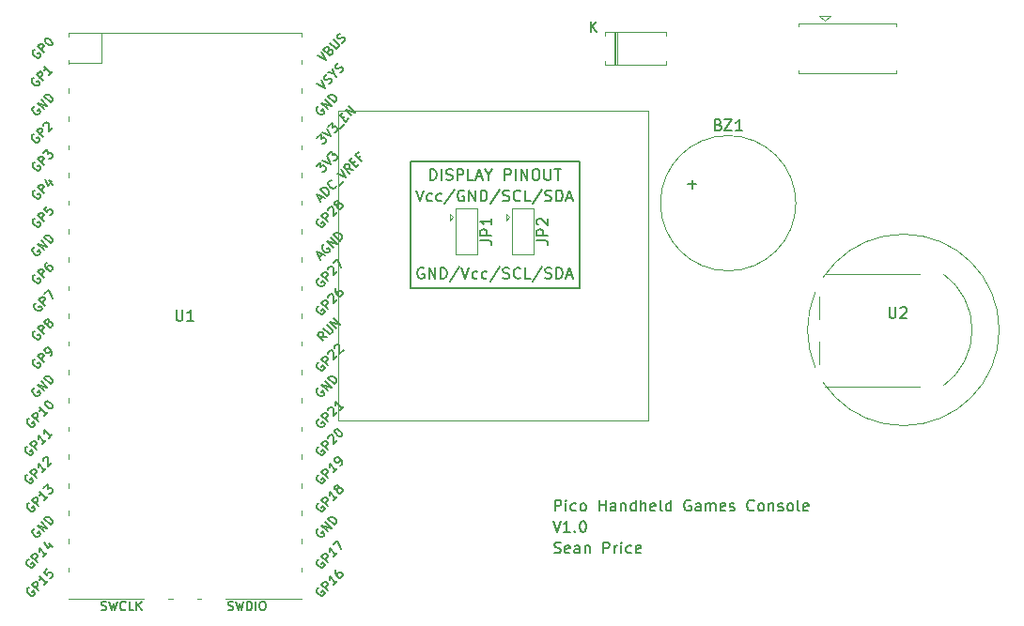
<source format=gto>
G04 #@! TF.GenerationSoftware,KiCad,Pcbnew,(6.0.2)*
G04 #@! TF.CreationDate,2022-06-07T21:46:18+01:00*
G04 #@! TF.ProjectId,Pico_Handheld,5069636f-5f48-4616-9e64-68656c642e6b,rev?*
G04 #@! TF.SameCoordinates,Original*
G04 #@! TF.FileFunction,Legend,Top*
G04 #@! TF.FilePolarity,Positive*
%FSLAX46Y46*%
G04 Gerber Fmt 4.6, Leading zero omitted, Abs format (unit mm)*
G04 Created by KiCad (PCBNEW (6.0.2)) date 2022-06-07 21:46:18*
%MOMM*%
%LPD*%
G01*
G04 APERTURE LIST*
G04 Aperture macros list*
%AMRoundRect*
0 Rectangle with rounded corners*
0 $1 Rounding radius*
0 $2 $3 $4 $5 $6 $7 $8 $9 X,Y pos of 4 corners*
0 Add a 4 corners polygon primitive as box body*
4,1,4,$2,$3,$4,$5,$6,$7,$8,$9,$2,$3,0*
0 Add four circle primitives for the rounded corners*
1,1,$1+$1,$2,$3*
1,1,$1+$1,$4,$5*
1,1,$1+$1,$6,$7*
1,1,$1+$1,$8,$9*
0 Add four rect primitives between the rounded corners*
20,1,$1+$1,$2,$3,$4,$5,0*
20,1,$1+$1,$4,$5,$6,$7,0*
20,1,$1+$1,$6,$7,$8,$9,0*
20,1,$1+$1,$8,$9,$2,$3,0*%
G04 Aperture macros list end*
%ADD10C,0.150000*%
%ADD11C,0.120000*%
%ADD12C,1.524000*%
%ADD13C,2.000000*%
%ADD14R,1.800000X1.800000*%
%ADD15O,1.800000X1.800000*%
%ADD16R,1.500000X1.000000*%
%ADD17RoundRect,0.381000X-0.381000X0.762000X-0.381000X-0.762000X0.381000X-0.762000X0.381000X0.762000X0*%
%ADD18R,1.600000X1.600000*%
%ADD19C,1.600000*%
%ADD20RoundRect,0.381000X-0.762000X-0.381000X0.762000X-0.381000X0.762000X0.381000X-0.762000X0.381000X0*%
%ADD21O,2.200000X3.500000*%
%ADD22R,1.500000X2.500000*%
%ADD23O,1.500000X2.500000*%
%ADD24O,1.500000X1.500000*%
%ADD25R,3.500000X1.700000*%
%ADD26O,1.700000X1.700000*%
%ADD27R,1.700000X1.700000*%
%ADD28R,1.700000X3.500000*%
%ADD29RoundRect,0.381000X0.381000X-0.762000X0.381000X0.762000X-0.381000X0.762000X-0.381000X-0.762000X0*%
%ADD30RoundRect,0.381000X0.762000X0.381000X-0.762000X0.381000X-0.762000X-0.381000X0.762000X-0.381000X0*%
%ADD31C,3.500000*%
%ADD32R,3.000000X3.000000*%
%ADD33C,3.000000*%
G04 APERTURE END LIST*
D10*
X146050000Y-62230000D02*
X161290000Y-62230000D01*
X161290000Y-62230000D02*
X161290000Y-73660000D01*
X161290000Y-73660000D02*
X146050000Y-73660000D01*
X146050000Y-73660000D02*
X146050000Y-62230000D01*
X159085595Y-93797380D02*
X159085595Y-92797380D01*
X159466547Y-92797380D01*
X159561785Y-92845000D01*
X159609404Y-92892619D01*
X159657023Y-92987857D01*
X159657023Y-93130714D01*
X159609404Y-93225952D01*
X159561785Y-93273571D01*
X159466547Y-93321190D01*
X159085595Y-93321190D01*
X160085595Y-93797380D02*
X160085595Y-93130714D01*
X160085595Y-92797380D02*
X160037976Y-92845000D01*
X160085595Y-92892619D01*
X160133214Y-92845000D01*
X160085595Y-92797380D01*
X160085595Y-92892619D01*
X160990357Y-93749761D02*
X160895119Y-93797380D01*
X160704642Y-93797380D01*
X160609404Y-93749761D01*
X160561785Y-93702142D01*
X160514166Y-93606904D01*
X160514166Y-93321190D01*
X160561785Y-93225952D01*
X160609404Y-93178333D01*
X160704642Y-93130714D01*
X160895119Y-93130714D01*
X160990357Y-93178333D01*
X161561785Y-93797380D02*
X161466547Y-93749761D01*
X161418928Y-93702142D01*
X161371309Y-93606904D01*
X161371309Y-93321190D01*
X161418928Y-93225952D01*
X161466547Y-93178333D01*
X161561785Y-93130714D01*
X161704642Y-93130714D01*
X161799880Y-93178333D01*
X161847500Y-93225952D01*
X161895119Y-93321190D01*
X161895119Y-93606904D01*
X161847500Y-93702142D01*
X161799880Y-93749761D01*
X161704642Y-93797380D01*
X161561785Y-93797380D01*
X163085595Y-93797380D02*
X163085595Y-92797380D01*
X163085595Y-93273571D02*
X163657023Y-93273571D01*
X163657023Y-93797380D02*
X163657023Y-92797380D01*
X164561785Y-93797380D02*
X164561785Y-93273571D01*
X164514166Y-93178333D01*
X164418928Y-93130714D01*
X164228452Y-93130714D01*
X164133214Y-93178333D01*
X164561785Y-93749761D02*
X164466547Y-93797380D01*
X164228452Y-93797380D01*
X164133214Y-93749761D01*
X164085595Y-93654523D01*
X164085595Y-93559285D01*
X164133214Y-93464047D01*
X164228452Y-93416428D01*
X164466547Y-93416428D01*
X164561785Y-93368809D01*
X165037976Y-93130714D02*
X165037976Y-93797380D01*
X165037976Y-93225952D02*
X165085595Y-93178333D01*
X165180833Y-93130714D01*
X165323690Y-93130714D01*
X165418928Y-93178333D01*
X165466547Y-93273571D01*
X165466547Y-93797380D01*
X166371309Y-93797380D02*
X166371309Y-92797380D01*
X166371309Y-93749761D02*
X166276071Y-93797380D01*
X166085595Y-93797380D01*
X165990357Y-93749761D01*
X165942738Y-93702142D01*
X165895119Y-93606904D01*
X165895119Y-93321190D01*
X165942738Y-93225952D01*
X165990357Y-93178333D01*
X166085595Y-93130714D01*
X166276071Y-93130714D01*
X166371309Y-93178333D01*
X166847500Y-93797380D02*
X166847500Y-92797380D01*
X167276071Y-93797380D02*
X167276071Y-93273571D01*
X167228452Y-93178333D01*
X167133214Y-93130714D01*
X166990357Y-93130714D01*
X166895119Y-93178333D01*
X166847500Y-93225952D01*
X168133214Y-93749761D02*
X168037976Y-93797380D01*
X167847500Y-93797380D01*
X167752261Y-93749761D01*
X167704642Y-93654523D01*
X167704642Y-93273571D01*
X167752261Y-93178333D01*
X167847500Y-93130714D01*
X168037976Y-93130714D01*
X168133214Y-93178333D01*
X168180833Y-93273571D01*
X168180833Y-93368809D01*
X167704642Y-93464047D01*
X168752261Y-93797380D02*
X168657023Y-93749761D01*
X168609404Y-93654523D01*
X168609404Y-92797380D01*
X169561785Y-93797380D02*
X169561785Y-92797380D01*
X169561785Y-93749761D02*
X169466547Y-93797380D01*
X169276071Y-93797380D01*
X169180833Y-93749761D01*
X169133214Y-93702142D01*
X169085595Y-93606904D01*
X169085595Y-93321190D01*
X169133214Y-93225952D01*
X169180833Y-93178333D01*
X169276071Y-93130714D01*
X169466547Y-93130714D01*
X169561785Y-93178333D01*
X171323690Y-92845000D02*
X171228452Y-92797380D01*
X171085595Y-92797380D01*
X170942738Y-92845000D01*
X170847500Y-92940238D01*
X170799880Y-93035476D01*
X170752261Y-93225952D01*
X170752261Y-93368809D01*
X170799880Y-93559285D01*
X170847500Y-93654523D01*
X170942738Y-93749761D01*
X171085595Y-93797380D01*
X171180833Y-93797380D01*
X171323690Y-93749761D01*
X171371309Y-93702142D01*
X171371309Y-93368809D01*
X171180833Y-93368809D01*
X172228452Y-93797380D02*
X172228452Y-93273571D01*
X172180833Y-93178333D01*
X172085595Y-93130714D01*
X171895119Y-93130714D01*
X171799880Y-93178333D01*
X172228452Y-93749761D02*
X172133214Y-93797380D01*
X171895119Y-93797380D01*
X171799880Y-93749761D01*
X171752261Y-93654523D01*
X171752261Y-93559285D01*
X171799880Y-93464047D01*
X171895119Y-93416428D01*
X172133214Y-93416428D01*
X172228452Y-93368809D01*
X172704642Y-93797380D02*
X172704642Y-93130714D01*
X172704642Y-93225952D02*
X172752261Y-93178333D01*
X172847500Y-93130714D01*
X172990357Y-93130714D01*
X173085595Y-93178333D01*
X173133214Y-93273571D01*
X173133214Y-93797380D01*
X173133214Y-93273571D02*
X173180833Y-93178333D01*
X173276071Y-93130714D01*
X173418928Y-93130714D01*
X173514166Y-93178333D01*
X173561785Y-93273571D01*
X173561785Y-93797380D01*
X174418928Y-93749761D02*
X174323690Y-93797380D01*
X174133214Y-93797380D01*
X174037976Y-93749761D01*
X173990357Y-93654523D01*
X173990357Y-93273571D01*
X174037976Y-93178333D01*
X174133214Y-93130714D01*
X174323690Y-93130714D01*
X174418928Y-93178333D01*
X174466547Y-93273571D01*
X174466547Y-93368809D01*
X173990357Y-93464047D01*
X174847500Y-93749761D02*
X174942738Y-93797380D01*
X175133214Y-93797380D01*
X175228452Y-93749761D01*
X175276071Y-93654523D01*
X175276071Y-93606904D01*
X175228452Y-93511666D01*
X175133214Y-93464047D01*
X174990357Y-93464047D01*
X174895119Y-93416428D01*
X174847500Y-93321190D01*
X174847500Y-93273571D01*
X174895119Y-93178333D01*
X174990357Y-93130714D01*
X175133214Y-93130714D01*
X175228452Y-93178333D01*
X177037976Y-93702142D02*
X176990357Y-93749761D01*
X176847500Y-93797380D01*
X176752261Y-93797380D01*
X176609404Y-93749761D01*
X176514166Y-93654523D01*
X176466547Y-93559285D01*
X176418928Y-93368809D01*
X176418928Y-93225952D01*
X176466547Y-93035476D01*
X176514166Y-92940238D01*
X176609404Y-92845000D01*
X176752261Y-92797380D01*
X176847500Y-92797380D01*
X176990357Y-92845000D01*
X177037976Y-92892619D01*
X177609404Y-93797380D02*
X177514166Y-93749761D01*
X177466547Y-93702142D01*
X177418928Y-93606904D01*
X177418928Y-93321190D01*
X177466547Y-93225952D01*
X177514166Y-93178333D01*
X177609404Y-93130714D01*
X177752261Y-93130714D01*
X177847500Y-93178333D01*
X177895119Y-93225952D01*
X177942738Y-93321190D01*
X177942738Y-93606904D01*
X177895119Y-93702142D01*
X177847500Y-93749761D01*
X177752261Y-93797380D01*
X177609404Y-93797380D01*
X178371309Y-93130714D02*
X178371309Y-93797380D01*
X178371309Y-93225952D02*
X178418928Y-93178333D01*
X178514166Y-93130714D01*
X178657023Y-93130714D01*
X178752261Y-93178333D01*
X178799880Y-93273571D01*
X178799880Y-93797380D01*
X179228452Y-93749761D02*
X179323690Y-93797380D01*
X179514166Y-93797380D01*
X179609404Y-93749761D01*
X179657023Y-93654523D01*
X179657023Y-93606904D01*
X179609404Y-93511666D01*
X179514166Y-93464047D01*
X179371309Y-93464047D01*
X179276071Y-93416428D01*
X179228452Y-93321190D01*
X179228452Y-93273571D01*
X179276071Y-93178333D01*
X179371309Y-93130714D01*
X179514166Y-93130714D01*
X179609404Y-93178333D01*
X180228452Y-93797380D02*
X180133214Y-93749761D01*
X180085595Y-93702142D01*
X180037976Y-93606904D01*
X180037976Y-93321190D01*
X180085595Y-93225952D01*
X180133214Y-93178333D01*
X180228452Y-93130714D01*
X180371309Y-93130714D01*
X180466547Y-93178333D01*
X180514166Y-93225952D01*
X180561785Y-93321190D01*
X180561785Y-93606904D01*
X180514166Y-93702142D01*
X180466547Y-93749761D01*
X180371309Y-93797380D01*
X180228452Y-93797380D01*
X181133214Y-93797380D02*
X181037976Y-93749761D01*
X180990357Y-93654523D01*
X180990357Y-92797380D01*
X181895119Y-93749761D02*
X181799880Y-93797380D01*
X181609404Y-93797380D01*
X181514166Y-93749761D01*
X181466547Y-93654523D01*
X181466547Y-93273571D01*
X181514166Y-93178333D01*
X181609404Y-93130714D01*
X181799880Y-93130714D01*
X181895119Y-93178333D01*
X181942738Y-93273571D01*
X181942738Y-93368809D01*
X181466547Y-93464047D01*
X158942738Y-94702380D02*
X159276071Y-95702380D01*
X159609404Y-94702380D01*
X160466547Y-95702380D02*
X159895119Y-95702380D01*
X160180833Y-95702380D02*
X160180833Y-94702380D01*
X160085595Y-94845238D01*
X159990357Y-94940476D01*
X159895119Y-94988095D01*
X160895119Y-95607142D02*
X160942738Y-95654761D01*
X160895119Y-95702380D01*
X160847500Y-95654761D01*
X160895119Y-95607142D01*
X160895119Y-95702380D01*
X161561785Y-94702380D02*
X161657023Y-94702380D01*
X161752261Y-94750000D01*
X161799880Y-94797619D01*
X161847500Y-94892857D01*
X161895119Y-95083333D01*
X161895119Y-95321428D01*
X161847500Y-95511904D01*
X161799880Y-95607142D01*
X161752261Y-95654761D01*
X161657023Y-95702380D01*
X161561785Y-95702380D01*
X161466547Y-95654761D01*
X161418928Y-95607142D01*
X161371309Y-95511904D01*
X161323690Y-95321428D01*
X161323690Y-95083333D01*
X161371309Y-94892857D01*
X161418928Y-94797619D01*
X161466547Y-94750000D01*
X161561785Y-94702380D01*
X146598571Y-64857380D02*
X146931904Y-65857380D01*
X147265238Y-64857380D01*
X148027142Y-65809761D02*
X147931904Y-65857380D01*
X147741428Y-65857380D01*
X147646190Y-65809761D01*
X147598571Y-65762142D01*
X147550952Y-65666904D01*
X147550952Y-65381190D01*
X147598571Y-65285952D01*
X147646190Y-65238333D01*
X147741428Y-65190714D01*
X147931904Y-65190714D01*
X148027142Y-65238333D01*
X148884285Y-65809761D02*
X148789047Y-65857380D01*
X148598571Y-65857380D01*
X148503333Y-65809761D01*
X148455714Y-65762142D01*
X148408095Y-65666904D01*
X148408095Y-65381190D01*
X148455714Y-65285952D01*
X148503333Y-65238333D01*
X148598571Y-65190714D01*
X148789047Y-65190714D01*
X148884285Y-65238333D01*
X150027142Y-64809761D02*
X149170000Y-66095476D01*
X150884285Y-64905000D02*
X150789047Y-64857380D01*
X150646190Y-64857380D01*
X150503333Y-64905000D01*
X150408095Y-65000238D01*
X150360476Y-65095476D01*
X150312857Y-65285952D01*
X150312857Y-65428809D01*
X150360476Y-65619285D01*
X150408095Y-65714523D01*
X150503333Y-65809761D01*
X150646190Y-65857380D01*
X150741428Y-65857380D01*
X150884285Y-65809761D01*
X150931904Y-65762142D01*
X150931904Y-65428809D01*
X150741428Y-65428809D01*
X151360476Y-65857380D02*
X151360476Y-64857380D01*
X151931904Y-65857380D01*
X151931904Y-64857380D01*
X152408095Y-65857380D02*
X152408095Y-64857380D01*
X152646190Y-64857380D01*
X152789047Y-64905000D01*
X152884285Y-65000238D01*
X152931904Y-65095476D01*
X152979523Y-65285952D01*
X152979523Y-65428809D01*
X152931904Y-65619285D01*
X152884285Y-65714523D01*
X152789047Y-65809761D01*
X152646190Y-65857380D01*
X152408095Y-65857380D01*
X154122380Y-64809761D02*
X153265238Y-66095476D01*
X154408095Y-65809761D02*
X154550952Y-65857380D01*
X154789047Y-65857380D01*
X154884285Y-65809761D01*
X154931904Y-65762142D01*
X154979523Y-65666904D01*
X154979523Y-65571666D01*
X154931904Y-65476428D01*
X154884285Y-65428809D01*
X154789047Y-65381190D01*
X154598571Y-65333571D01*
X154503333Y-65285952D01*
X154455714Y-65238333D01*
X154408095Y-65143095D01*
X154408095Y-65047857D01*
X154455714Y-64952619D01*
X154503333Y-64905000D01*
X154598571Y-64857380D01*
X154836666Y-64857380D01*
X154979523Y-64905000D01*
X155979523Y-65762142D02*
X155931904Y-65809761D01*
X155789047Y-65857380D01*
X155693809Y-65857380D01*
X155550952Y-65809761D01*
X155455714Y-65714523D01*
X155408095Y-65619285D01*
X155360476Y-65428809D01*
X155360476Y-65285952D01*
X155408095Y-65095476D01*
X155455714Y-65000238D01*
X155550952Y-64905000D01*
X155693809Y-64857380D01*
X155789047Y-64857380D01*
X155931904Y-64905000D01*
X155979523Y-64952619D01*
X156884285Y-65857380D02*
X156408095Y-65857380D01*
X156408095Y-64857380D01*
X157931904Y-64809761D02*
X157074761Y-66095476D01*
X158217619Y-65809761D02*
X158360476Y-65857380D01*
X158598571Y-65857380D01*
X158693809Y-65809761D01*
X158741428Y-65762142D01*
X158789047Y-65666904D01*
X158789047Y-65571666D01*
X158741428Y-65476428D01*
X158693809Y-65428809D01*
X158598571Y-65381190D01*
X158408095Y-65333571D01*
X158312857Y-65285952D01*
X158265238Y-65238333D01*
X158217619Y-65143095D01*
X158217619Y-65047857D01*
X158265238Y-64952619D01*
X158312857Y-64905000D01*
X158408095Y-64857380D01*
X158646190Y-64857380D01*
X158789047Y-64905000D01*
X159217619Y-65857380D02*
X159217619Y-64857380D01*
X159455714Y-64857380D01*
X159598571Y-64905000D01*
X159693809Y-65000238D01*
X159741428Y-65095476D01*
X159789047Y-65285952D01*
X159789047Y-65428809D01*
X159741428Y-65619285D01*
X159693809Y-65714523D01*
X159598571Y-65809761D01*
X159455714Y-65857380D01*
X159217619Y-65857380D01*
X160170000Y-65571666D02*
X160646190Y-65571666D01*
X160074761Y-65857380D02*
X160408095Y-64857380D01*
X160741428Y-65857380D01*
X147860476Y-63952380D02*
X147860476Y-62952380D01*
X148098571Y-62952380D01*
X148241428Y-63000000D01*
X148336666Y-63095238D01*
X148384285Y-63190476D01*
X148431904Y-63380952D01*
X148431904Y-63523809D01*
X148384285Y-63714285D01*
X148336666Y-63809523D01*
X148241428Y-63904761D01*
X148098571Y-63952380D01*
X147860476Y-63952380D01*
X148860476Y-63952380D02*
X148860476Y-62952380D01*
X149289047Y-63904761D02*
X149431904Y-63952380D01*
X149670000Y-63952380D01*
X149765238Y-63904761D01*
X149812857Y-63857142D01*
X149860476Y-63761904D01*
X149860476Y-63666666D01*
X149812857Y-63571428D01*
X149765238Y-63523809D01*
X149670000Y-63476190D01*
X149479523Y-63428571D01*
X149384285Y-63380952D01*
X149336666Y-63333333D01*
X149289047Y-63238095D01*
X149289047Y-63142857D01*
X149336666Y-63047619D01*
X149384285Y-63000000D01*
X149479523Y-62952380D01*
X149717619Y-62952380D01*
X149860476Y-63000000D01*
X150289047Y-63952380D02*
X150289047Y-62952380D01*
X150670000Y-62952380D01*
X150765238Y-63000000D01*
X150812857Y-63047619D01*
X150860476Y-63142857D01*
X150860476Y-63285714D01*
X150812857Y-63380952D01*
X150765238Y-63428571D01*
X150670000Y-63476190D01*
X150289047Y-63476190D01*
X151765238Y-63952380D02*
X151289047Y-63952380D01*
X151289047Y-62952380D01*
X152050952Y-63666666D02*
X152527142Y-63666666D01*
X151955714Y-63952380D02*
X152289047Y-62952380D01*
X152622380Y-63952380D01*
X153146190Y-63476190D02*
X153146190Y-63952380D01*
X152812857Y-62952380D02*
X153146190Y-63476190D01*
X153479523Y-62952380D01*
X154574761Y-63952380D02*
X154574761Y-62952380D01*
X154955714Y-62952380D01*
X155050952Y-63000000D01*
X155098571Y-63047619D01*
X155146190Y-63142857D01*
X155146190Y-63285714D01*
X155098571Y-63380952D01*
X155050952Y-63428571D01*
X154955714Y-63476190D01*
X154574761Y-63476190D01*
X155574761Y-63952380D02*
X155574761Y-62952380D01*
X156050952Y-63952380D02*
X156050952Y-62952380D01*
X156622380Y-63952380D01*
X156622380Y-62952380D01*
X157289047Y-62952380D02*
X157479523Y-62952380D01*
X157574761Y-63000000D01*
X157670000Y-63095238D01*
X157717619Y-63285714D01*
X157717619Y-63619047D01*
X157670000Y-63809523D01*
X157574761Y-63904761D01*
X157479523Y-63952380D01*
X157289047Y-63952380D01*
X157193809Y-63904761D01*
X157098571Y-63809523D01*
X157050952Y-63619047D01*
X157050952Y-63285714D01*
X157098571Y-63095238D01*
X157193809Y-63000000D01*
X157289047Y-62952380D01*
X158146190Y-62952380D02*
X158146190Y-63761904D01*
X158193809Y-63857142D01*
X158241428Y-63904761D01*
X158336666Y-63952380D01*
X158527142Y-63952380D01*
X158622380Y-63904761D01*
X158670000Y-63857142D01*
X158717619Y-63761904D01*
X158717619Y-62952380D01*
X159050952Y-62952380D02*
X159622380Y-62952380D01*
X159336666Y-63952380D02*
X159336666Y-62952380D01*
X147265238Y-71890000D02*
X147170000Y-71842380D01*
X147027142Y-71842380D01*
X146884285Y-71890000D01*
X146789047Y-71985238D01*
X146741428Y-72080476D01*
X146693809Y-72270952D01*
X146693809Y-72413809D01*
X146741428Y-72604285D01*
X146789047Y-72699523D01*
X146884285Y-72794761D01*
X147027142Y-72842380D01*
X147122380Y-72842380D01*
X147265238Y-72794761D01*
X147312857Y-72747142D01*
X147312857Y-72413809D01*
X147122380Y-72413809D01*
X147741428Y-72842380D02*
X147741428Y-71842380D01*
X148312857Y-72842380D01*
X148312857Y-71842380D01*
X148789047Y-72842380D02*
X148789047Y-71842380D01*
X149027142Y-71842380D01*
X149170000Y-71890000D01*
X149265238Y-71985238D01*
X149312857Y-72080476D01*
X149360476Y-72270952D01*
X149360476Y-72413809D01*
X149312857Y-72604285D01*
X149265238Y-72699523D01*
X149170000Y-72794761D01*
X149027142Y-72842380D01*
X148789047Y-72842380D01*
X150503333Y-71794761D02*
X149646190Y-73080476D01*
X150693809Y-71842380D02*
X151027142Y-72842380D01*
X151360476Y-71842380D01*
X152122380Y-72794761D02*
X152027142Y-72842380D01*
X151836666Y-72842380D01*
X151741428Y-72794761D01*
X151693809Y-72747142D01*
X151646190Y-72651904D01*
X151646190Y-72366190D01*
X151693809Y-72270952D01*
X151741428Y-72223333D01*
X151836666Y-72175714D01*
X152027142Y-72175714D01*
X152122380Y-72223333D01*
X152979523Y-72794761D02*
X152884285Y-72842380D01*
X152693809Y-72842380D01*
X152598571Y-72794761D01*
X152550952Y-72747142D01*
X152503333Y-72651904D01*
X152503333Y-72366190D01*
X152550952Y-72270952D01*
X152598571Y-72223333D01*
X152693809Y-72175714D01*
X152884285Y-72175714D01*
X152979523Y-72223333D01*
X154122380Y-71794761D02*
X153265238Y-73080476D01*
X154408095Y-72794761D02*
X154550952Y-72842380D01*
X154789047Y-72842380D01*
X154884285Y-72794761D01*
X154931904Y-72747142D01*
X154979523Y-72651904D01*
X154979523Y-72556666D01*
X154931904Y-72461428D01*
X154884285Y-72413809D01*
X154789047Y-72366190D01*
X154598571Y-72318571D01*
X154503333Y-72270952D01*
X154455714Y-72223333D01*
X154408095Y-72128095D01*
X154408095Y-72032857D01*
X154455714Y-71937619D01*
X154503333Y-71890000D01*
X154598571Y-71842380D01*
X154836666Y-71842380D01*
X154979523Y-71890000D01*
X155979523Y-72747142D02*
X155931904Y-72794761D01*
X155789047Y-72842380D01*
X155693809Y-72842380D01*
X155550952Y-72794761D01*
X155455714Y-72699523D01*
X155408095Y-72604285D01*
X155360476Y-72413809D01*
X155360476Y-72270952D01*
X155408095Y-72080476D01*
X155455714Y-71985238D01*
X155550952Y-71890000D01*
X155693809Y-71842380D01*
X155789047Y-71842380D01*
X155931904Y-71890000D01*
X155979523Y-71937619D01*
X156884285Y-72842380D02*
X156408095Y-72842380D01*
X156408095Y-71842380D01*
X157931904Y-71794761D02*
X157074761Y-73080476D01*
X158217619Y-72794761D02*
X158360476Y-72842380D01*
X158598571Y-72842380D01*
X158693809Y-72794761D01*
X158741428Y-72747142D01*
X158789047Y-72651904D01*
X158789047Y-72556666D01*
X158741428Y-72461428D01*
X158693809Y-72413809D01*
X158598571Y-72366190D01*
X158408095Y-72318571D01*
X158312857Y-72270952D01*
X158265238Y-72223333D01*
X158217619Y-72128095D01*
X158217619Y-72032857D01*
X158265238Y-71937619D01*
X158312857Y-71890000D01*
X158408095Y-71842380D01*
X158646190Y-71842380D01*
X158789047Y-71890000D01*
X159217619Y-72842380D02*
X159217619Y-71842380D01*
X159455714Y-71842380D01*
X159598571Y-71890000D01*
X159693809Y-71985238D01*
X159741428Y-72080476D01*
X159789047Y-72270952D01*
X159789047Y-72413809D01*
X159741428Y-72604285D01*
X159693809Y-72699523D01*
X159598571Y-72794761D01*
X159455714Y-72842380D01*
X159217619Y-72842380D01*
X160170000Y-72556666D02*
X160646190Y-72556666D01*
X160074761Y-72842380D02*
X160408095Y-71842380D01*
X160741428Y-72842380D01*
X159037976Y-97559761D02*
X159180833Y-97607380D01*
X159418928Y-97607380D01*
X159514166Y-97559761D01*
X159561785Y-97512142D01*
X159609404Y-97416904D01*
X159609404Y-97321666D01*
X159561785Y-97226428D01*
X159514166Y-97178809D01*
X159418928Y-97131190D01*
X159228452Y-97083571D01*
X159133214Y-97035952D01*
X159085595Y-96988333D01*
X159037976Y-96893095D01*
X159037976Y-96797857D01*
X159085595Y-96702619D01*
X159133214Y-96655000D01*
X159228452Y-96607380D01*
X159466547Y-96607380D01*
X159609404Y-96655000D01*
X160418928Y-97559761D02*
X160323690Y-97607380D01*
X160133214Y-97607380D01*
X160037976Y-97559761D01*
X159990357Y-97464523D01*
X159990357Y-97083571D01*
X160037976Y-96988333D01*
X160133214Y-96940714D01*
X160323690Y-96940714D01*
X160418928Y-96988333D01*
X160466547Y-97083571D01*
X160466547Y-97178809D01*
X159990357Y-97274047D01*
X161323690Y-97607380D02*
X161323690Y-97083571D01*
X161276071Y-96988333D01*
X161180833Y-96940714D01*
X160990357Y-96940714D01*
X160895119Y-96988333D01*
X161323690Y-97559761D02*
X161228452Y-97607380D01*
X160990357Y-97607380D01*
X160895119Y-97559761D01*
X160847500Y-97464523D01*
X160847500Y-97369285D01*
X160895119Y-97274047D01*
X160990357Y-97226428D01*
X161228452Y-97226428D01*
X161323690Y-97178809D01*
X161799880Y-96940714D02*
X161799880Y-97607380D01*
X161799880Y-97035952D02*
X161847500Y-96988333D01*
X161942738Y-96940714D01*
X162085595Y-96940714D01*
X162180833Y-96988333D01*
X162228452Y-97083571D01*
X162228452Y-97607380D01*
X163466547Y-97607380D02*
X163466547Y-96607380D01*
X163847500Y-96607380D01*
X163942738Y-96655000D01*
X163990357Y-96702619D01*
X164037976Y-96797857D01*
X164037976Y-96940714D01*
X163990357Y-97035952D01*
X163942738Y-97083571D01*
X163847500Y-97131190D01*
X163466547Y-97131190D01*
X164466547Y-97607380D02*
X164466547Y-96940714D01*
X164466547Y-97131190D02*
X164514166Y-97035952D01*
X164561785Y-96988333D01*
X164657023Y-96940714D01*
X164752261Y-96940714D01*
X165085595Y-97607380D02*
X165085595Y-96940714D01*
X165085595Y-96607380D02*
X165037976Y-96655000D01*
X165085595Y-96702619D01*
X165133214Y-96655000D01*
X165085595Y-96607380D01*
X165085595Y-96702619D01*
X165990357Y-97559761D02*
X165895119Y-97607380D01*
X165704642Y-97607380D01*
X165609404Y-97559761D01*
X165561785Y-97512142D01*
X165514166Y-97416904D01*
X165514166Y-97131190D01*
X165561785Y-97035952D01*
X165609404Y-96988333D01*
X165704642Y-96940714D01*
X165895119Y-96940714D01*
X165990357Y-96988333D01*
X166799880Y-97559761D02*
X166704642Y-97607380D01*
X166514166Y-97607380D01*
X166418928Y-97559761D01*
X166371309Y-97464523D01*
X166371309Y-97083571D01*
X166418928Y-96988333D01*
X166514166Y-96940714D01*
X166704642Y-96940714D01*
X166799880Y-96988333D01*
X166847500Y-97083571D01*
X166847500Y-97178809D01*
X166371309Y-97274047D01*
X189230095Y-75398380D02*
X189230095Y-76207904D01*
X189277714Y-76303142D01*
X189325333Y-76350761D01*
X189420571Y-76398380D01*
X189611047Y-76398380D01*
X189706285Y-76350761D01*
X189753904Y-76303142D01*
X189801523Y-76207904D01*
X189801523Y-75398380D01*
X190230095Y-75493619D02*
X190277714Y-75446000D01*
X190372952Y-75398380D01*
X190611047Y-75398380D01*
X190706285Y-75446000D01*
X190753904Y-75493619D01*
X190801523Y-75588857D01*
X190801523Y-75684095D01*
X190753904Y-75826952D01*
X190182476Y-76398380D01*
X190801523Y-76398380D01*
X162298095Y-50622380D02*
X162298095Y-49622380D01*
X162869523Y-50622380D02*
X162440952Y-50050952D01*
X162869523Y-49622380D02*
X162298095Y-50193809D01*
X152382380Y-69413333D02*
X153096666Y-69413333D01*
X153239523Y-69460952D01*
X153334761Y-69556190D01*
X153382380Y-69699047D01*
X153382380Y-69794285D01*
X153382380Y-68937142D02*
X152382380Y-68937142D01*
X152382380Y-68556190D01*
X152430000Y-68460952D01*
X152477619Y-68413333D01*
X152572857Y-68365714D01*
X152715714Y-68365714D01*
X152810952Y-68413333D01*
X152858571Y-68460952D01*
X152906190Y-68556190D01*
X152906190Y-68937142D01*
X153382380Y-67413333D02*
X153382380Y-67984761D01*
X153382380Y-67699047D02*
X152382380Y-67699047D01*
X152525238Y-67794285D01*
X152620476Y-67889523D01*
X152668095Y-67984761D01*
X173829047Y-58968571D02*
X173971904Y-59016190D01*
X174019523Y-59063809D01*
X174067142Y-59159047D01*
X174067142Y-59301904D01*
X174019523Y-59397142D01*
X173971904Y-59444761D01*
X173876666Y-59492380D01*
X173495714Y-59492380D01*
X173495714Y-58492380D01*
X173829047Y-58492380D01*
X173924285Y-58540000D01*
X173971904Y-58587619D01*
X174019523Y-58682857D01*
X174019523Y-58778095D01*
X173971904Y-58873333D01*
X173924285Y-58920952D01*
X173829047Y-58968571D01*
X173495714Y-58968571D01*
X174400476Y-58492380D02*
X175067142Y-58492380D01*
X174400476Y-59492380D01*
X175067142Y-59492380D01*
X175971904Y-59492380D02*
X175400476Y-59492380D01*
X175686190Y-59492380D02*
X175686190Y-58492380D01*
X175590952Y-58635238D01*
X175495714Y-58730476D01*
X175400476Y-58778095D01*
X171079047Y-64311428D02*
X171840952Y-64311428D01*
X171460000Y-64692380D02*
X171460000Y-63930476D01*
X124968095Y-75652380D02*
X124968095Y-76461904D01*
X125015714Y-76557142D01*
X125063333Y-76604761D01*
X125158571Y-76652380D01*
X125349047Y-76652380D01*
X125444285Y-76604761D01*
X125491904Y-76557142D01*
X125539523Y-76461904D01*
X125539523Y-75652380D01*
X126539523Y-76652380D02*
X125968095Y-76652380D01*
X126253809Y-76652380D02*
X126253809Y-75652380D01*
X126158571Y-75795238D01*
X126063333Y-75890476D01*
X125968095Y-75938095D01*
X112216158Y-69998155D02*
X112135346Y-70025093D01*
X112054534Y-70105905D01*
X112000659Y-70213654D01*
X112000659Y-70321404D01*
X112027597Y-70402216D01*
X112108409Y-70536903D01*
X112189221Y-70617715D01*
X112323908Y-70698528D01*
X112404720Y-70725465D01*
X112512470Y-70725465D01*
X112620219Y-70671590D01*
X112674094Y-70617715D01*
X112727969Y-70509966D01*
X112727969Y-70456091D01*
X112539407Y-70267529D01*
X112431658Y-70375279D01*
X113024280Y-70267529D02*
X112458595Y-69701844D01*
X113347529Y-69944280D01*
X112781844Y-69378595D01*
X113616903Y-69674906D02*
X113051218Y-69109221D01*
X113185905Y-68974534D01*
X113293654Y-68920659D01*
X113401404Y-68920659D01*
X113482216Y-68947597D01*
X113616903Y-69028409D01*
X113697715Y-69109221D01*
X113778528Y-69243908D01*
X113805465Y-69324720D01*
X113805465Y-69432470D01*
X113751590Y-69540219D01*
X113616903Y-69674906D01*
X112243096Y-80131218D02*
X112162284Y-80158155D01*
X112081471Y-80238967D01*
X112027597Y-80346717D01*
X112027597Y-80454467D01*
X112054534Y-80535279D01*
X112135346Y-80669966D01*
X112216158Y-80750778D01*
X112350845Y-80831590D01*
X112431658Y-80858528D01*
X112539407Y-80858528D01*
X112647157Y-80804653D01*
X112701032Y-80750778D01*
X112754906Y-80643028D01*
X112754906Y-80589154D01*
X112566345Y-80400592D01*
X112458595Y-80508341D01*
X113051218Y-80400592D02*
X112485532Y-79834906D01*
X112701032Y-79619407D01*
X112781844Y-79592470D01*
X112835719Y-79592470D01*
X112916531Y-79619407D01*
X112997343Y-79700219D01*
X113024280Y-79781032D01*
X113024280Y-79834906D01*
X112997343Y-79915719D01*
X112781844Y-80131218D01*
X113643841Y-79807969D02*
X113751590Y-79700219D01*
X113778528Y-79619407D01*
X113778528Y-79565532D01*
X113751590Y-79430845D01*
X113670778Y-79296158D01*
X113455279Y-79080659D01*
X113374467Y-79053722D01*
X113320592Y-79053722D01*
X113239780Y-79080659D01*
X113132030Y-79188409D01*
X113105093Y-79269221D01*
X113105093Y-79323096D01*
X113132030Y-79403908D01*
X113266717Y-79538595D01*
X113347529Y-79565532D01*
X113401404Y-79565532D01*
X113482216Y-79538595D01*
X113589966Y-79430845D01*
X113616903Y-79350033D01*
X113616903Y-79296158D01*
X113589966Y-79215346D01*
X112243096Y-77591218D02*
X112162284Y-77618155D01*
X112081471Y-77698967D01*
X112027597Y-77806717D01*
X112027597Y-77914467D01*
X112054534Y-77995279D01*
X112135346Y-78129966D01*
X112216158Y-78210778D01*
X112350845Y-78291590D01*
X112431658Y-78318528D01*
X112539407Y-78318528D01*
X112647157Y-78264653D01*
X112701032Y-78210778D01*
X112754906Y-78103028D01*
X112754906Y-78049154D01*
X112566345Y-77860592D01*
X112458595Y-77968341D01*
X113051218Y-77860592D02*
X112485532Y-77294906D01*
X112701032Y-77079407D01*
X112781844Y-77052470D01*
X112835719Y-77052470D01*
X112916531Y-77079407D01*
X112997343Y-77160219D01*
X113024280Y-77241032D01*
X113024280Y-77294906D01*
X112997343Y-77375719D01*
X112781844Y-77591218D01*
X113374467Y-76890845D02*
X113293654Y-76917783D01*
X113239780Y-76917783D01*
X113158967Y-76890845D01*
X113132030Y-76863908D01*
X113105093Y-76783096D01*
X113105093Y-76729221D01*
X113132030Y-76648409D01*
X113239780Y-76540659D01*
X113320592Y-76513722D01*
X113374467Y-76513722D01*
X113455279Y-76540659D01*
X113482216Y-76567597D01*
X113509154Y-76648409D01*
X113509154Y-76702284D01*
X113482216Y-76783096D01*
X113374467Y-76890845D01*
X113347529Y-76971658D01*
X113347529Y-77025532D01*
X113374467Y-77106345D01*
X113482216Y-77214094D01*
X113563028Y-77241032D01*
X113616903Y-77241032D01*
X113697715Y-77214094D01*
X113805465Y-77106345D01*
X113832402Y-77025532D01*
X113832402Y-76971658D01*
X113805465Y-76890845D01*
X113697715Y-76783096D01*
X113616903Y-76756158D01*
X113563028Y-76756158D01*
X113482216Y-76783096D01*
X111719722Y-85480592D02*
X111638910Y-85507529D01*
X111558097Y-85588341D01*
X111504223Y-85696091D01*
X111504223Y-85803841D01*
X111531160Y-85884653D01*
X111611972Y-86019340D01*
X111692784Y-86100152D01*
X111827471Y-86180964D01*
X111908284Y-86207902D01*
X112016033Y-86207902D01*
X112123783Y-86154027D01*
X112177658Y-86100152D01*
X112231532Y-85992402D01*
X112231532Y-85938528D01*
X112042971Y-85749966D01*
X111935221Y-85857715D01*
X112527844Y-85749966D02*
X111962158Y-85184280D01*
X112177658Y-84968781D01*
X112258470Y-84941844D01*
X112312345Y-84941844D01*
X112393157Y-84968781D01*
X112473969Y-85049593D01*
X112500906Y-85130406D01*
X112500906Y-85184280D01*
X112473969Y-85265093D01*
X112258470Y-85480592D01*
X113389841Y-84887969D02*
X113066592Y-85211218D01*
X113228216Y-85049593D02*
X112662531Y-84483908D01*
X112689468Y-84618595D01*
X112689468Y-84726345D01*
X112662531Y-84807157D01*
X113174341Y-83972097D02*
X113228216Y-83918223D01*
X113309028Y-83891285D01*
X113362903Y-83891285D01*
X113443715Y-83918223D01*
X113578402Y-83999035D01*
X113713089Y-84133722D01*
X113793902Y-84268409D01*
X113820839Y-84349221D01*
X113820839Y-84403096D01*
X113793902Y-84483908D01*
X113740027Y-84537783D01*
X113659215Y-84564720D01*
X113605340Y-84564720D01*
X113524528Y-84537783D01*
X113389841Y-84456971D01*
X113255154Y-84322284D01*
X113174341Y-84187597D01*
X113147404Y-84106784D01*
X113147404Y-84052910D01*
X113174341Y-83972097D01*
X112216158Y-95398155D02*
X112135346Y-95425093D01*
X112054534Y-95505905D01*
X112000659Y-95613654D01*
X112000659Y-95721404D01*
X112027597Y-95802216D01*
X112108409Y-95936903D01*
X112189221Y-96017715D01*
X112323908Y-96098528D01*
X112404720Y-96125465D01*
X112512470Y-96125465D01*
X112620219Y-96071590D01*
X112674094Y-96017715D01*
X112727969Y-95909966D01*
X112727969Y-95856091D01*
X112539407Y-95667529D01*
X112431658Y-95775279D01*
X113024280Y-95667529D02*
X112458595Y-95101844D01*
X113347529Y-95344280D01*
X112781844Y-94778595D01*
X113616903Y-95074906D02*
X113051218Y-94509221D01*
X113185905Y-94374534D01*
X113293654Y-94320659D01*
X113401404Y-94320659D01*
X113482216Y-94347597D01*
X113616903Y-94428409D01*
X113697715Y-94509221D01*
X113778528Y-94643908D01*
X113805465Y-94724720D01*
X113805465Y-94832470D01*
X113751590Y-94940219D01*
X113616903Y-95074906D01*
X137827722Y-85490592D02*
X137746910Y-85517529D01*
X137666097Y-85598341D01*
X137612223Y-85706091D01*
X137612223Y-85813841D01*
X137639160Y-85894653D01*
X137719972Y-86029340D01*
X137800784Y-86110152D01*
X137935471Y-86190964D01*
X138016284Y-86217902D01*
X138124033Y-86217902D01*
X138231783Y-86164027D01*
X138285658Y-86110152D01*
X138339532Y-86002402D01*
X138339532Y-85948528D01*
X138150971Y-85759966D01*
X138043221Y-85867715D01*
X138635844Y-85759966D02*
X138070158Y-85194280D01*
X138285658Y-84978781D01*
X138366470Y-84951844D01*
X138420345Y-84951844D01*
X138501157Y-84978781D01*
X138581969Y-85059593D01*
X138608906Y-85140406D01*
X138608906Y-85194280D01*
X138581969Y-85275093D01*
X138366470Y-85490592D01*
X138662781Y-84709407D02*
X138662781Y-84655532D01*
X138689719Y-84574720D01*
X138824406Y-84440033D01*
X138905218Y-84413096D01*
X138959093Y-84413096D01*
X139039905Y-84440033D01*
X139093780Y-84493908D01*
X139147654Y-84601658D01*
X139147654Y-85248155D01*
X139497841Y-84897969D01*
X140036589Y-84359221D02*
X139713340Y-84682470D01*
X139874964Y-84520845D02*
X139309279Y-83955160D01*
X139336216Y-84089847D01*
X139336216Y-84197597D01*
X139309279Y-84278409D01*
X112243096Y-64891218D02*
X112162284Y-64918155D01*
X112081471Y-64998967D01*
X112027597Y-65106717D01*
X112027597Y-65214467D01*
X112054534Y-65295279D01*
X112135346Y-65429966D01*
X112216158Y-65510778D01*
X112350845Y-65591590D01*
X112431658Y-65618528D01*
X112539407Y-65618528D01*
X112647157Y-65564653D01*
X112701032Y-65510778D01*
X112754906Y-65403028D01*
X112754906Y-65349154D01*
X112566345Y-65160592D01*
X112458595Y-65268341D01*
X113051218Y-65160592D02*
X112485532Y-64594906D01*
X112701032Y-64379407D01*
X112781844Y-64352470D01*
X112835719Y-64352470D01*
X112916531Y-64379407D01*
X112997343Y-64460219D01*
X113024280Y-64541032D01*
X113024280Y-64594906D01*
X112997343Y-64675719D01*
X112781844Y-64891218D01*
X113482216Y-63975346D02*
X113859340Y-64352470D01*
X113132030Y-63894534D02*
X113401404Y-64433282D01*
X113751590Y-64083096D01*
X111573722Y-88020592D02*
X111492910Y-88047529D01*
X111412097Y-88128341D01*
X111358223Y-88236091D01*
X111358223Y-88343841D01*
X111385160Y-88424653D01*
X111465972Y-88559340D01*
X111546784Y-88640152D01*
X111681471Y-88720964D01*
X111762284Y-88747902D01*
X111870033Y-88747902D01*
X111977783Y-88694027D01*
X112031658Y-88640152D01*
X112085532Y-88532402D01*
X112085532Y-88478528D01*
X111896971Y-88289966D01*
X111789221Y-88397715D01*
X112381844Y-88289966D02*
X111816158Y-87724280D01*
X112031658Y-87508781D01*
X112112470Y-87481844D01*
X112166345Y-87481844D01*
X112247157Y-87508781D01*
X112327969Y-87589593D01*
X112354906Y-87670406D01*
X112354906Y-87724280D01*
X112327969Y-87805093D01*
X112112470Y-88020592D01*
X113243841Y-87427969D02*
X112920592Y-87751218D01*
X113082216Y-87589593D02*
X112516531Y-87023908D01*
X112543468Y-87158595D01*
X112543468Y-87266345D01*
X112516531Y-87347157D01*
X113782589Y-86889221D02*
X113459340Y-87212470D01*
X113620964Y-87050845D02*
X113055279Y-86485160D01*
X113082216Y-86619847D01*
X113082216Y-86727597D01*
X113055279Y-86808409D01*
X137827722Y-80400592D02*
X137746910Y-80427529D01*
X137666097Y-80508341D01*
X137612223Y-80616091D01*
X137612223Y-80723841D01*
X137639160Y-80804653D01*
X137719972Y-80939340D01*
X137800784Y-81020152D01*
X137935471Y-81100964D01*
X138016284Y-81127902D01*
X138124033Y-81127902D01*
X138231783Y-81074027D01*
X138285658Y-81020152D01*
X138339532Y-80912402D01*
X138339532Y-80858528D01*
X138150971Y-80669966D01*
X138043221Y-80777715D01*
X138635844Y-80669966D02*
X138070158Y-80104280D01*
X138285658Y-79888781D01*
X138366470Y-79861844D01*
X138420345Y-79861844D01*
X138501157Y-79888781D01*
X138581969Y-79969593D01*
X138608906Y-80050406D01*
X138608906Y-80104280D01*
X138581969Y-80185093D01*
X138366470Y-80400592D01*
X138662781Y-79619407D02*
X138662781Y-79565532D01*
X138689719Y-79484720D01*
X138824406Y-79350033D01*
X138905218Y-79323096D01*
X138959093Y-79323096D01*
X139039905Y-79350033D01*
X139093780Y-79403908D01*
X139147654Y-79511658D01*
X139147654Y-80158155D01*
X139497841Y-79807969D01*
X139201529Y-79080659D02*
X139201529Y-79026784D01*
X139228467Y-78945972D01*
X139363154Y-78811285D01*
X139443966Y-78784348D01*
X139497841Y-78784348D01*
X139578653Y-78811285D01*
X139632528Y-78865160D01*
X139686402Y-78972910D01*
X139686402Y-79619407D01*
X140036589Y-79269221D01*
X112243096Y-52191218D02*
X112162284Y-52218155D01*
X112081471Y-52298967D01*
X112027597Y-52406717D01*
X112027597Y-52514467D01*
X112054534Y-52595279D01*
X112135346Y-52729966D01*
X112216158Y-52810778D01*
X112350845Y-52891590D01*
X112431658Y-52918528D01*
X112539407Y-52918528D01*
X112647157Y-52864653D01*
X112701032Y-52810778D01*
X112754906Y-52703028D01*
X112754906Y-52649154D01*
X112566345Y-52460592D01*
X112458595Y-52568341D01*
X113051218Y-52460592D02*
X112485532Y-51894906D01*
X112701032Y-51679407D01*
X112781844Y-51652470D01*
X112835719Y-51652470D01*
X112916531Y-51679407D01*
X112997343Y-51760219D01*
X113024280Y-51841032D01*
X113024280Y-51894906D01*
X112997343Y-51975719D01*
X112781844Y-52191218D01*
X113158967Y-51221471D02*
X113212842Y-51167597D01*
X113293654Y-51140659D01*
X113347529Y-51140659D01*
X113428341Y-51167597D01*
X113563028Y-51248409D01*
X113697715Y-51383096D01*
X113778528Y-51517783D01*
X113805465Y-51598595D01*
X113805465Y-51652470D01*
X113778528Y-51733282D01*
X113724653Y-51787157D01*
X113643841Y-51814094D01*
X113589966Y-51814094D01*
X113509154Y-51787157D01*
X113374467Y-51706345D01*
X113239780Y-51571658D01*
X113158967Y-51436971D01*
X113132030Y-51356158D01*
X113132030Y-51302284D01*
X113158967Y-51221471D01*
X112243096Y-72511218D02*
X112162284Y-72538155D01*
X112081471Y-72618967D01*
X112027597Y-72726717D01*
X112027597Y-72834467D01*
X112054534Y-72915279D01*
X112135346Y-73049966D01*
X112216158Y-73130778D01*
X112350845Y-73211590D01*
X112431658Y-73238528D01*
X112539407Y-73238528D01*
X112647157Y-73184653D01*
X112701032Y-73130778D01*
X112754906Y-73023028D01*
X112754906Y-72969154D01*
X112566345Y-72780592D01*
X112458595Y-72888341D01*
X113051218Y-72780592D02*
X112485532Y-72214906D01*
X112701032Y-71999407D01*
X112781844Y-71972470D01*
X112835719Y-71972470D01*
X112916531Y-71999407D01*
X112997343Y-72080219D01*
X113024280Y-72161032D01*
X113024280Y-72214906D01*
X112997343Y-72295719D01*
X112781844Y-72511218D01*
X113293654Y-71406784D02*
X113185905Y-71514534D01*
X113158967Y-71595346D01*
X113158967Y-71649221D01*
X113185905Y-71783908D01*
X113266717Y-71918595D01*
X113482216Y-72134094D01*
X113563028Y-72161032D01*
X113616903Y-72161032D01*
X113697715Y-72134094D01*
X113805465Y-72026345D01*
X113832402Y-71945532D01*
X113832402Y-71891658D01*
X113805465Y-71810845D01*
X113670778Y-71676158D01*
X113589966Y-71649221D01*
X113536091Y-71649221D01*
X113455279Y-71676158D01*
X113347529Y-71783908D01*
X113320592Y-71864720D01*
X113320592Y-71918595D01*
X113347529Y-71999407D01*
X137827722Y-72790592D02*
X137746910Y-72817529D01*
X137666097Y-72898341D01*
X137612223Y-73006091D01*
X137612223Y-73113841D01*
X137639160Y-73194653D01*
X137719972Y-73329340D01*
X137800784Y-73410152D01*
X137935471Y-73490964D01*
X138016284Y-73517902D01*
X138124033Y-73517902D01*
X138231783Y-73464027D01*
X138285658Y-73410152D01*
X138339532Y-73302402D01*
X138339532Y-73248528D01*
X138150971Y-73059966D01*
X138043221Y-73167715D01*
X138635844Y-73059966D02*
X138070158Y-72494280D01*
X138285658Y-72278781D01*
X138366470Y-72251844D01*
X138420345Y-72251844D01*
X138501157Y-72278781D01*
X138581969Y-72359593D01*
X138608906Y-72440406D01*
X138608906Y-72494280D01*
X138581969Y-72575093D01*
X138366470Y-72790592D01*
X138662781Y-72009407D02*
X138662781Y-71955532D01*
X138689719Y-71874720D01*
X138824406Y-71740033D01*
X138905218Y-71713096D01*
X138959093Y-71713096D01*
X139039905Y-71740033D01*
X139093780Y-71793908D01*
X139147654Y-71901658D01*
X139147654Y-72548155D01*
X139497841Y-72197969D01*
X139120717Y-71443722D02*
X139497841Y-71066598D01*
X139821089Y-71874720D01*
X137827722Y-75320592D02*
X137746910Y-75347529D01*
X137666097Y-75428341D01*
X137612223Y-75536091D01*
X137612223Y-75643841D01*
X137639160Y-75724653D01*
X137719972Y-75859340D01*
X137800784Y-75940152D01*
X137935471Y-76020964D01*
X138016284Y-76047902D01*
X138124033Y-76047902D01*
X138231783Y-75994027D01*
X138285658Y-75940152D01*
X138339532Y-75832402D01*
X138339532Y-75778528D01*
X138150971Y-75589966D01*
X138043221Y-75697715D01*
X138635844Y-75589966D02*
X138070158Y-75024280D01*
X138285658Y-74808781D01*
X138366470Y-74781844D01*
X138420345Y-74781844D01*
X138501157Y-74808781D01*
X138581969Y-74889593D01*
X138608906Y-74970406D01*
X138608906Y-75024280D01*
X138581969Y-75105093D01*
X138366470Y-75320592D01*
X138662781Y-74539407D02*
X138662781Y-74485532D01*
X138689719Y-74404720D01*
X138824406Y-74270033D01*
X138905218Y-74243096D01*
X138959093Y-74243096D01*
X139039905Y-74270033D01*
X139093780Y-74323908D01*
X139147654Y-74431658D01*
X139147654Y-75078155D01*
X139497841Y-74727969D01*
X139417028Y-73677410D02*
X139309279Y-73785160D01*
X139282341Y-73865972D01*
X139282341Y-73919847D01*
X139309279Y-74054534D01*
X139390091Y-74189221D01*
X139605590Y-74404720D01*
X139686402Y-74431658D01*
X139740277Y-74431658D01*
X139821089Y-74404720D01*
X139928839Y-74296971D01*
X139955776Y-74216158D01*
X139955776Y-74162284D01*
X139928839Y-74081471D01*
X139794152Y-73946784D01*
X139713340Y-73919847D01*
X139659465Y-73919847D01*
X139578653Y-73946784D01*
X139470903Y-74054534D01*
X139443966Y-74135346D01*
X139443966Y-74189221D01*
X139470903Y-74270033D01*
X137827722Y-93100592D02*
X137746910Y-93127529D01*
X137666097Y-93208341D01*
X137612223Y-93316091D01*
X137612223Y-93423841D01*
X137639160Y-93504653D01*
X137719972Y-93639340D01*
X137800784Y-93720152D01*
X137935471Y-93800964D01*
X138016284Y-93827902D01*
X138124033Y-93827902D01*
X138231783Y-93774027D01*
X138285658Y-93720152D01*
X138339532Y-93612402D01*
X138339532Y-93558528D01*
X138150971Y-93369966D01*
X138043221Y-93477715D01*
X138635844Y-93369966D02*
X138070158Y-92804280D01*
X138285658Y-92588781D01*
X138366470Y-92561844D01*
X138420345Y-92561844D01*
X138501157Y-92588781D01*
X138581969Y-92669593D01*
X138608906Y-92750406D01*
X138608906Y-92804280D01*
X138581969Y-92885093D01*
X138366470Y-93100592D01*
X139497841Y-92507969D02*
X139174592Y-92831218D01*
X139336216Y-92669593D02*
X138770531Y-92103908D01*
X138797468Y-92238595D01*
X138797468Y-92346345D01*
X138770531Y-92427157D01*
X139497841Y-91861471D02*
X139417028Y-91888409D01*
X139363154Y-91888409D01*
X139282341Y-91861471D01*
X139255404Y-91834534D01*
X139228467Y-91753722D01*
X139228467Y-91699847D01*
X139255404Y-91619035D01*
X139363154Y-91511285D01*
X139443966Y-91484348D01*
X139497841Y-91484348D01*
X139578653Y-91511285D01*
X139605590Y-91538223D01*
X139632528Y-91619035D01*
X139632528Y-91672910D01*
X139605590Y-91753722D01*
X139497841Y-91861471D01*
X139470903Y-91942284D01*
X139470903Y-91996158D01*
X139497841Y-92076971D01*
X139605590Y-92184720D01*
X139686402Y-92211658D01*
X139740277Y-92211658D01*
X139821089Y-92184720D01*
X139928839Y-92076971D01*
X139955776Y-91996158D01*
X139955776Y-91942284D01*
X139928839Y-91861471D01*
X139821089Y-91753722D01*
X139740277Y-91726784D01*
X139686402Y-91726784D01*
X139605590Y-91753722D01*
X129634761Y-102723809D02*
X129749047Y-102761904D01*
X129939523Y-102761904D01*
X130015714Y-102723809D01*
X130053809Y-102685714D01*
X130091904Y-102609523D01*
X130091904Y-102533333D01*
X130053809Y-102457142D01*
X130015714Y-102419047D01*
X129939523Y-102380952D01*
X129787142Y-102342857D01*
X129710952Y-102304761D01*
X129672857Y-102266666D01*
X129634761Y-102190476D01*
X129634761Y-102114285D01*
X129672857Y-102038095D01*
X129710952Y-102000000D01*
X129787142Y-101961904D01*
X129977619Y-101961904D01*
X130091904Y-102000000D01*
X130358571Y-101961904D02*
X130549047Y-102761904D01*
X130701428Y-102190476D01*
X130853809Y-102761904D01*
X131044285Y-101961904D01*
X131349047Y-102761904D02*
X131349047Y-101961904D01*
X131539523Y-101961904D01*
X131653809Y-102000000D01*
X131730000Y-102076190D01*
X131768095Y-102152380D01*
X131806190Y-102304761D01*
X131806190Y-102419047D01*
X131768095Y-102571428D01*
X131730000Y-102647619D01*
X131653809Y-102723809D01*
X131539523Y-102761904D01*
X131349047Y-102761904D01*
X132149047Y-102761904D02*
X132149047Y-101961904D01*
X132682380Y-101961904D02*
X132834761Y-101961904D01*
X132910952Y-102000000D01*
X132987142Y-102076190D01*
X133025238Y-102228571D01*
X133025238Y-102495238D01*
X132987142Y-102647619D01*
X132910952Y-102723809D01*
X132834761Y-102761904D01*
X132682380Y-102761904D01*
X132606190Y-102723809D01*
X132530000Y-102647619D01*
X132491904Y-102495238D01*
X132491904Y-102228571D01*
X132530000Y-102076190D01*
X132606190Y-102000000D01*
X132682380Y-101961904D01*
X137881597Y-70940964D02*
X138150971Y-70671590D01*
X137989346Y-71156463D02*
X137612223Y-70402216D01*
X138366470Y-70779340D01*
X138312595Y-69755719D02*
X138231783Y-69782656D01*
X138150971Y-69863468D01*
X138097096Y-69971218D01*
X138097096Y-70078967D01*
X138124033Y-70159780D01*
X138204845Y-70294467D01*
X138285658Y-70375279D01*
X138420345Y-70456091D01*
X138501157Y-70483028D01*
X138608906Y-70483028D01*
X138716656Y-70429154D01*
X138770531Y-70375279D01*
X138824406Y-70267529D01*
X138824406Y-70213654D01*
X138635844Y-70025093D01*
X138528094Y-70132842D01*
X139120717Y-70025093D02*
X138555032Y-69459407D01*
X139443966Y-69701844D01*
X138878280Y-69136158D01*
X139713340Y-69432470D02*
X139147654Y-68866784D01*
X139282341Y-68732097D01*
X139390091Y-68678223D01*
X139497841Y-68678223D01*
X139578653Y-68705160D01*
X139713340Y-68785972D01*
X139794152Y-68866784D01*
X139874964Y-69001471D01*
X139901902Y-69082284D01*
X139901902Y-69190033D01*
X139848027Y-69297783D01*
X139713340Y-69432470D01*
X111719722Y-100720592D02*
X111638910Y-100747529D01*
X111558097Y-100828341D01*
X111504223Y-100936091D01*
X111504223Y-101043841D01*
X111531160Y-101124653D01*
X111611972Y-101259340D01*
X111692784Y-101340152D01*
X111827471Y-101420964D01*
X111908284Y-101447902D01*
X112016033Y-101447902D01*
X112123783Y-101394027D01*
X112177658Y-101340152D01*
X112231532Y-101232402D01*
X112231532Y-101178528D01*
X112042971Y-100989966D01*
X111935221Y-101097715D01*
X112527844Y-100989966D02*
X111962158Y-100424280D01*
X112177658Y-100208781D01*
X112258470Y-100181844D01*
X112312345Y-100181844D01*
X112393157Y-100208781D01*
X112473969Y-100289593D01*
X112500906Y-100370406D01*
X112500906Y-100424280D01*
X112473969Y-100505093D01*
X112258470Y-100720592D01*
X113389841Y-100127969D02*
X113066592Y-100451218D01*
X113228216Y-100289593D02*
X112662531Y-99723908D01*
X112689468Y-99858595D01*
X112689468Y-99966345D01*
X112662531Y-100047157D01*
X113335966Y-99050473D02*
X113066592Y-99319847D01*
X113309028Y-99616158D01*
X113309028Y-99562284D01*
X113335966Y-99481471D01*
X113470653Y-99346784D01*
X113551465Y-99319847D01*
X113605340Y-99319847D01*
X113686152Y-99346784D01*
X113820839Y-99481471D01*
X113847776Y-99562284D01*
X113847776Y-99616158D01*
X113820839Y-99696971D01*
X113686152Y-99831658D01*
X113605340Y-99858595D01*
X113551465Y-99858595D01*
X112343096Y-75021218D02*
X112262284Y-75048155D01*
X112181471Y-75128967D01*
X112127597Y-75236717D01*
X112127597Y-75344467D01*
X112154534Y-75425279D01*
X112235346Y-75559966D01*
X112316158Y-75640778D01*
X112450845Y-75721590D01*
X112531658Y-75748528D01*
X112639407Y-75748528D01*
X112747157Y-75694653D01*
X112801032Y-75640778D01*
X112854906Y-75533028D01*
X112854906Y-75479154D01*
X112666345Y-75290592D01*
X112558595Y-75398341D01*
X113151218Y-75290592D02*
X112585532Y-74724906D01*
X112801032Y-74509407D01*
X112881844Y-74482470D01*
X112935719Y-74482470D01*
X113016531Y-74509407D01*
X113097343Y-74590219D01*
X113124280Y-74671032D01*
X113124280Y-74724906D01*
X113097343Y-74805719D01*
X112881844Y-75021218D01*
X113097343Y-74213096D02*
X113474467Y-73835972D01*
X113797715Y-74644094D01*
X137652131Y-60158308D02*
X138002317Y-59808122D01*
X138029255Y-60212183D01*
X138110067Y-60131370D01*
X138190879Y-60104433D01*
X138244754Y-60104433D01*
X138325566Y-60131370D01*
X138460253Y-60266057D01*
X138487190Y-60346870D01*
X138487190Y-60400744D01*
X138460253Y-60481557D01*
X138298629Y-60643181D01*
X138217816Y-60670118D01*
X138163942Y-60670118D01*
X138163942Y-59646497D02*
X138918189Y-60023621D01*
X138541065Y-59269374D01*
X138675752Y-59134687D02*
X139025938Y-58784500D01*
X139052876Y-59188561D01*
X139133688Y-59107749D01*
X139214500Y-59080812D01*
X139268375Y-59080812D01*
X139349187Y-59107749D01*
X139483874Y-59242436D01*
X139510812Y-59323248D01*
X139510812Y-59377123D01*
X139483874Y-59457935D01*
X139322250Y-59619560D01*
X139241438Y-59646497D01*
X139187563Y-59646497D01*
X139753248Y-59296311D02*
X140184247Y-58865312D01*
X139968748Y-58380439D02*
X140157309Y-58191877D01*
X140534433Y-58407377D02*
X140265059Y-58676751D01*
X139699374Y-58111065D01*
X139968748Y-57841691D01*
X140776870Y-58164940D02*
X140211184Y-57599255D01*
X141100118Y-57841691D01*
X140534433Y-57276006D01*
X137827722Y-98180592D02*
X137746910Y-98207529D01*
X137666097Y-98288341D01*
X137612223Y-98396091D01*
X137612223Y-98503841D01*
X137639160Y-98584653D01*
X137719972Y-98719340D01*
X137800784Y-98800152D01*
X137935471Y-98880964D01*
X138016284Y-98907902D01*
X138124033Y-98907902D01*
X138231783Y-98854027D01*
X138285658Y-98800152D01*
X138339532Y-98692402D01*
X138339532Y-98638528D01*
X138150971Y-98449966D01*
X138043221Y-98557715D01*
X138635844Y-98449966D02*
X138070158Y-97884280D01*
X138285658Y-97668781D01*
X138366470Y-97641844D01*
X138420345Y-97641844D01*
X138501157Y-97668781D01*
X138581969Y-97749593D01*
X138608906Y-97830406D01*
X138608906Y-97884280D01*
X138581969Y-97965093D01*
X138366470Y-98180592D01*
X139497841Y-97587969D02*
X139174592Y-97911218D01*
X139336216Y-97749593D02*
X138770531Y-97183908D01*
X138797468Y-97318595D01*
X138797468Y-97426345D01*
X138770531Y-97507157D01*
X139120717Y-96833722D02*
X139497841Y-96456598D01*
X139821089Y-97264720D01*
X111673722Y-98180592D02*
X111592910Y-98207529D01*
X111512097Y-98288341D01*
X111458223Y-98396091D01*
X111458223Y-98503841D01*
X111485160Y-98584653D01*
X111565972Y-98719340D01*
X111646784Y-98800152D01*
X111781471Y-98880964D01*
X111862284Y-98907902D01*
X111970033Y-98907902D01*
X112077783Y-98854027D01*
X112131658Y-98800152D01*
X112185532Y-98692402D01*
X112185532Y-98638528D01*
X111996971Y-98449966D01*
X111889221Y-98557715D01*
X112481844Y-98449966D02*
X111916158Y-97884280D01*
X112131658Y-97668781D01*
X112212470Y-97641844D01*
X112266345Y-97641844D01*
X112347157Y-97668781D01*
X112427969Y-97749593D01*
X112454906Y-97830406D01*
X112454906Y-97884280D01*
X112427969Y-97965093D01*
X112212470Y-98180592D01*
X113343841Y-97587969D02*
X113020592Y-97911218D01*
X113182216Y-97749593D02*
X112616531Y-97183908D01*
X112643468Y-97318595D01*
X112643468Y-97426345D01*
X112616531Y-97507157D01*
X113451590Y-96725972D02*
X113828714Y-97103096D01*
X113101404Y-96645160D02*
X113370778Y-97183908D01*
X113720964Y-96833722D01*
X137827722Y-90560592D02*
X137746910Y-90587529D01*
X137666097Y-90668341D01*
X137612223Y-90776091D01*
X137612223Y-90883841D01*
X137639160Y-90964653D01*
X137719972Y-91099340D01*
X137800784Y-91180152D01*
X137935471Y-91260964D01*
X138016284Y-91287902D01*
X138124033Y-91287902D01*
X138231783Y-91234027D01*
X138285658Y-91180152D01*
X138339532Y-91072402D01*
X138339532Y-91018528D01*
X138150971Y-90829966D01*
X138043221Y-90937715D01*
X138635844Y-90829966D02*
X138070158Y-90264280D01*
X138285658Y-90048781D01*
X138366470Y-90021844D01*
X138420345Y-90021844D01*
X138501157Y-90048781D01*
X138581969Y-90129593D01*
X138608906Y-90210406D01*
X138608906Y-90264280D01*
X138581969Y-90345093D01*
X138366470Y-90560592D01*
X139497841Y-89967969D02*
X139174592Y-90291218D01*
X139336216Y-90129593D02*
X138770531Y-89563908D01*
X138797468Y-89698595D01*
X138797468Y-89806345D01*
X138770531Y-89887157D01*
X139767215Y-89698595D02*
X139874964Y-89590845D01*
X139901902Y-89510033D01*
X139901902Y-89456158D01*
X139874964Y-89321471D01*
X139794152Y-89186784D01*
X139578653Y-88971285D01*
X139497841Y-88944348D01*
X139443966Y-88944348D01*
X139363154Y-88971285D01*
X139255404Y-89079035D01*
X139228467Y-89159847D01*
X139228467Y-89213722D01*
X139255404Y-89294534D01*
X139390091Y-89429221D01*
X139470903Y-89456158D01*
X139524778Y-89456158D01*
X139605590Y-89429221D01*
X139713340Y-89321471D01*
X139740277Y-89240659D01*
X139740277Y-89186784D01*
X139713340Y-89105972D01*
X137650473Y-55269966D02*
X138404720Y-55647089D01*
X138027597Y-54892842D01*
X138727969Y-55269966D02*
X138835719Y-55216091D01*
X138970406Y-55081404D01*
X138997343Y-55000592D01*
X138997343Y-54946717D01*
X138970406Y-54865905D01*
X138916531Y-54812030D01*
X138835719Y-54785093D01*
X138781844Y-54785093D01*
X138701032Y-54812030D01*
X138566345Y-54892842D01*
X138485532Y-54919780D01*
X138431658Y-54919780D01*
X138350845Y-54892842D01*
X138296971Y-54838967D01*
X138270033Y-54758155D01*
X138270033Y-54704280D01*
X138296971Y-54623468D01*
X138431658Y-54488781D01*
X138539407Y-54434906D01*
X139158967Y-54354094D02*
X139428341Y-54623468D01*
X138674094Y-54246345D02*
X139158967Y-54354094D01*
X139051218Y-53869221D01*
X139751590Y-54246345D02*
X139859340Y-54192470D01*
X139994027Y-54057783D01*
X140020964Y-53976971D01*
X140020964Y-53923096D01*
X139994027Y-53842284D01*
X139940152Y-53788409D01*
X139859340Y-53761471D01*
X139805465Y-53761471D01*
X139724653Y-53788409D01*
X139589966Y-53869221D01*
X139509154Y-53896158D01*
X139455279Y-53896158D01*
X139374467Y-53869221D01*
X139320592Y-53815346D01*
X139293654Y-53734534D01*
X139293654Y-53680659D01*
X139320592Y-53599847D01*
X139455279Y-53465160D01*
X139563028Y-53411285D01*
X137827722Y-100720592D02*
X137746910Y-100747529D01*
X137666097Y-100828341D01*
X137612223Y-100936091D01*
X137612223Y-101043841D01*
X137639160Y-101124653D01*
X137719972Y-101259340D01*
X137800784Y-101340152D01*
X137935471Y-101420964D01*
X138016284Y-101447902D01*
X138124033Y-101447902D01*
X138231783Y-101394027D01*
X138285658Y-101340152D01*
X138339532Y-101232402D01*
X138339532Y-101178528D01*
X138150971Y-100989966D01*
X138043221Y-101097715D01*
X138635844Y-100989966D02*
X138070158Y-100424280D01*
X138285658Y-100208781D01*
X138366470Y-100181844D01*
X138420345Y-100181844D01*
X138501157Y-100208781D01*
X138581969Y-100289593D01*
X138608906Y-100370406D01*
X138608906Y-100424280D01*
X138581969Y-100505093D01*
X138366470Y-100720592D01*
X139497841Y-100127969D02*
X139174592Y-100451218D01*
X139336216Y-100289593D02*
X138770531Y-99723908D01*
X138797468Y-99858595D01*
X138797468Y-99966345D01*
X138770531Y-100047157D01*
X139417028Y-99077410D02*
X139309279Y-99185160D01*
X139282341Y-99265972D01*
X139282341Y-99319847D01*
X139309279Y-99454534D01*
X139390091Y-99589221D01*
X139605590Y-99804720D01*
X139686402Y-99831658D01*
X139740277Y-99831658D01*
X139821089Y-99804720D01*
X139928839Y-99696971D01*
X139955776Y-99616158D01*
X139955776Y-99562284D01*
X139928839Y-99481471D01*
X139794152Y-99346784D01*
X139713340Y-99319847D01*
X139659465Y-99319847D01*
X139578653Y-99346784D01*
X139470903Y-99454534D01*
X139443966Y-99535346D01*
X139443966Y-99589221D01*
X139470903Y-99670033D01*
X137816158Y-82698155D02*
X137735346Y-82725093D01*
X137654534Y-82805905D01*
X137600659Y-82913654D01*
X137600659Y-83021404D01*
X137627597Y-83102216D01*
X137708409Y-83236903D01*
X137789221Y-83317715D01*
X137923908Y-83398528D01*
X138004720Y-83425465D01*
X138112470Y-83425465D01*
X138220219Y-83371590D01*
X138274094Y-83317715D01*
X138327969Y-83209966D01*
X138327969Y-83156091D01*
X138139407Y-82967529D01*
X138031658Y-83075279D01*
X138624280Y-82967529D02*
X138058595Y-82401844D01*
X138947529Y-82644280D01*
X138381844Y-82078595D01*
X139216903Y-82374906D02*
X138651218Y-81809221D01*
X138785905Y-81674534D01*
X138893654Y-81620659D01*
X139001404Y-81620659D01*
X139082216Y-81647597D01*
X139216903Y-81728409D01*
X139297715Y-81809221D01*
X139378528Y-81943908D01*
X139405465Y-82024720D01*
X139405465Y-82132470D01*
X139351590Y-82240219D01*
X139216903Y-82374906D01*
X137683129Y-52727309D02*
X138437377Y-53104433D01*
X138060253Y-52350186D01*
X138706751Y-52242436D02*
X138814500Y-52188561D01*
X138868375Y-52188561D01*
X138949187Y-52215499D01*
X139030000Y-52296311D01*
X139056937Y-52377123D01*
X139056937Y-52430998D01*
X139030000Y-52511810D01*
X138814500Y-52727309D01*
X138248815Y-52161624D01*
X138437377Y-51973062D01*
X138518189Y-51946125D01*
X138572064Y-51946125D01*
X138652876Y-51973062D01*
X138706751Y-52026937D01*
X138733688Y-52107749D01*
X138733688Y-52161624D01*
X138706751Y-52242436D01*
X138518189Y-52430998D01*
X138814500Y-51595938D02*
X139272436Y-52053874D01*
X139353248Y-52080812D01*
X139407123Y-52080812D01*
X139487935Y-52053874D01*
X139595685Y-51946125D01*
X139622622Y-51865312D01*
X139622622Y-51811438D01*
X139595685Y-51730625D01*
X139137749Y-51272690D01*
X139918934Y-51569001D02*
X140026683Y-51515126D01*
X140161370Y-51380439D01*
X140188308Y-51299627D01*
X140188308Y-51245752D01*
X140161370Y-51164940D01*
X140107496Y-51111065D01*
X140026683Y-51084128D01*
X139972809Y-51084128D01*
X139891996Y-51111065D01*
X139757309Y-51191877D01*
X139676497Y-51218815D01*
X139622622Y-51218815D01*
X139541810Y-51191877D01*
X139487935Y-51138003D01*
X139460998Y-51057190D01*
X139460998Y-51003316D01*
X139487935Y-50922503D01*
X139622622Y-50787816D01*
X139730372Y-50733942D01*
X137884788Y-65733773D02*
X138154162Y-65464399D01*
X137992537Y-65949272D02*
X137615414Y-65195025D01*
X138369661Y-65572149D01*
X138558223Y-65383587D02*
X137992537Y-64817902D01*
X138127224Y-64683215D01*
X138234974Y-64629340D01*
X138342723Y-64629340D01*
X138423536Y-64656277D01*
X138558223Y-64737089D01*
X138639035Y-64817902D01*
X138719847Y-64952589D01*
X138746784Y-65033401D01*
X138746784Y-65141150D01*
X138692910Y-65248900D01*
X138558223Y-65383587D01*
X139393282Y-64440778D02*
X139393282Y-64494653D01*
X139339407Y-64602402D01*
X139285532Y-64656277D01*
X139177783Y-64710152D01*
X139070033Y-64710152D01*
X138989221Y-64683215D01*
X138854534Y-64602402D01*
X138773722Y-64521590D01*
X138692910Y-64386903D01*
X138665972Y-64306091D01*
X138665972Y-64198341D01*
X138719847Y-64090592D01*
X138773722Y-64036717D01*
X138881471Y-63982842D01*
X138935346Y-63982842D01*
X139608781Y-64440778D02*
X140039780Y-64009780D01*
X139474094Y-63336345D02*
X140228341Y-63713468D01*
X139851218Y-62959221D01*
X140928714Y-63013096D02*
X140470778Y-62932284D01*
X140605465Y-63336345D02*
X140039780Y-62770659D01*
X140255279Y-62555160D01*
X140336091Y-62528223D01*
X140389966Y-62528223D01*
X140470778Y-62555160D01*
X140551590Y-62635972D01*
X140578528Y-62716784D01*
X140578528Y-62770659D01*
X140551590Y-62851471D01*
X140336091Y-63066971D01*
X140874839Y-62474348D02*
X141063401Y-62285786D01*
X141440524Y-62501285D02*
X141171150Y-62770659D01*
X140605465Y-62204974D01*
X140874839Y-61935600D01*
X141575211Y-61773975D02*
X141386650Y-61962537D01*
X141682961Y-62258849D02*
X141117276Y-61693163D01*
X141386650Y-61423789D01*
X112243096Y-62351218D02*
X112162284Y-62378155D01*
X112081471Y-62458967D01*
X112027597Y-62566717D01*
X112027597Y-62674467D01*
X112054534Y-62755279D01*
X112135346Y-62889966D01*
X112216158Y-62970778D01*
X112350845Y-63051590D01*
X112431658Y-63078528D01*
X112539407Y-63078528D01*
X112647157Y-63024653D01*
X112701032Y-62970778D01*
X112754906Y-62863028D01*
X112754906Y-62809154D01*
X112566345Y-62620592D01*
X112458595Y-62728341D01*
X113051218Y-62620592D02*
X112485532Y-62054906D01*
X112701032Y-61839407D01*
X112781844Y-61812470D01*
X112835719Y-61812470D01*
X112916531Y-61839407D01*
X112997343Y-61920219D01*
X113024280Y-62001032D01*
X113024280Y-62054906D01*
X112997343Y-62135719D01*
X112781844Y-62351218D01*
X112997343Y-61543096D02*
X113347529Y-61192910D01*
X113374467Y-61596971D01*
X113455279Y-61516158D01*
X113536091Y-61489221D01*
X113589966Y-61489221D01*
X113670778Y-61516158D01*
X113805465Y-61650845D01*
X113832402Y-61731658D01*
X113832402Y-61785532D01*
X113805465Y-61866345D01*
X113643841Y-62027969D01*
X113563028Y-62054906D01*
X113509154Y-62054906D01*
X112243096Y-67431218D02*
X112162284Y-67458155D01*
X112081471Y-67538967D01*
X112027597Y-67646717D01*
X112027597Y-67754467D01*
X112054534Y-67835279D01*
X112135346Y-67969966D01*
X112216158Y-68050778D01*
X112350845Y-68131590D01*
X112431658Y-68158528D01*
X112539407Y-68158528D01*
X112647157Y-68104653D01*
X112701032Y-68050778D01*
X112754906Y-67943028D01*
X112754906Y-67889154D01*
X112566345Y-67700592D01*
X112458595Y-67808341D01*
X113051218Y-67700592D02*
X112485532Y-67134906D01*
X112701032Y-66919407D01*
X112781844Y-66892470D01*
X112835719Y-66892470D01*
X112916531Y-66919407D01*
X112997343Y-67000219D01*
X113024280Y-67081032D01*
X113024280Y-67134906D01*
X112997343Y-67215719D01*
X112781844Y-67431218D01*
X113320592Y-66299847D02*
X113051218Y-66569221D01*
X113293654Y-66865532D01*
X113293654Y-66811658D01*
X113320592Y-66730845D01*
X113455279Y-66596158D01*
X113536091Y-66569221D01*
X113589966Y-66569221D01*
X113670778Y-66596158D01*
X113805465Y-66730845D01*
X113832402Y-66811658D01*
X113832402Y-66865532D01*
X113805465Y-66946345D01*
X113670778Y-67081032D01*
X113589966Y-67107969D01*
X113536091Y-67107969D01*
X137816158Y-57298155D02*
X137735346Y-57325093D01*
X137654534Y-57405905D01*
X137600659Y-57513654D01*
X137600659Y-57621404D01*
X137627597Y-57702216D01*
X137708409Y-57836903D01*
X137789221Y-57917715D01*
X137923908Y-57998528D01*
X138004720Y-58025465D01*
X138112470Y-58025465D01*
X138220219Y-57971590D01*
X138274094Y-57917715D01*
X138327969Y-57809966D01*
X138327969Y-57756091D01*
X138139407Y-57567529D01*
X138031658Y-57675279D01*
X138624280Y-57567529D02*
X138058595Y-57001844D01*
X138947529Y-57244280D01*
X138381844Y-56678595D01*
X139216903Y-56974906D02*
X138651218Y-56409221D01*
X138785905Y-56274534D01*
X138893654Y-56220659D01*
X139001404Y-56220659D01*
X139082216Y-56247597D01*
X139216903Y-56328409D01*
X139297715Y-56409221D01*
X139378528Y-56543908D01*
X139405465Y-56624720D01*
X139405465Y-56732470D01*
X139351590Y-56840219D01*
X139216903Y-56974906D01*
X112143096Y-54721218D02*
X112062284Y-54748155D01*
X111981471Y-54828967D01*
X111927597Y-54936717D01*
X111927597Y-55044467D01*
X111954534Y-55125279D01*
X112035346Y-55259966D01*
X112116158Y-55340778D01*
X112250845Y-55421590D01*
X112331658Y-55448528D01*
X112439407Y-55448528D01*
X112547157Y-55394653D01*
X112601032Y-55340778D01*
X112654906Y-55233028D01*
X112654906Y-55179154D01*
X112466345Y-54990592D01*
X112358595Y-55098341D01*
X112951218Y-54990592D02*
X112385532Y-54424906D01*
X112601032Y-54209407D01*
X112681844Y-54182470D01*
X112735719Y-54182470D01*
X112816531Y-54209407D01*
X112897343Y-54290219D01*
X112924280Y-54371032D01*
X112924280Y-54424906D01*
X112897343Y-54505719D01*
X112681844Y-54721218D01*
X113813215Y-54128595D02*
X113489966Y-54451844D01*
X113651590Y-54290219D02*
X113085905Y-53724534D01*
X113112842Y-53859221D01*
X113112842Y-53966971D01*
X113085905Y-54047783D01*
X111719722Y-93100592D02*
X111638910Y-93127529D01*
X111558097Y-93208341D01*
X111504223Y-93316091D01*
X111504223Y-93423841D01*
X111531160Y-93504653D01*
X111611972Y-93639340D01*
X111692784Y-93720152D01*
X111827471Y-93800964D01*
X111908284Y-93827902D01*
X112016033Y-93827902D01*
X112123783Y-93774027D01*
X112177658Y-93720152D01*
X112231532Y-93612402D01*
X112231532Y-93558528D01*
X112042971Y-93369966D01*
X111935221Y-93477715D01*
X112527844Y-93369966D02*
X111962158Y-92804280D01*
X112177658Y-92588781D01*
X112258470Y-92561844D01*
X112312345Y-92561844D01*
X112393157Y-92588781D01*
X112473969Y-92669593D01*
X112500906Y-92750406D01*
X112500906Y-92804280D01*
X112473969Y-92885093D01*
X112258470Y-93100592D01*
X113389841Y-92507969D02*
X113066592Y-92831218D01*
X113228216Y-92669593D02*
X112662531Y-92103908D01*
X112689468Y-92238595D01*
X112689468Y-92346345D01*
X112662531Y-92427157D01*
X113012717Y-91753722D02*
X113362903Y-91403536D01*
X113389841Y-91807597D01*
X113470653Y-91726784D01*
X113551465Y-91699847D01*
X113605340Y-91699847D01*
X113686152Y-91726784D01*
X113820839Y-91861471D01*
X113847776Y-91942284D01*
X113847776Y-91996158D01*
X113820839Y-92076971D01*
X113659215Y-92238595D01*
X113578402Y-92265532D01*
X113524528Y-92265532D01*
X118220476Y-102723809D02*
X118334761Y-102761904D01*
X118525238Y-102761904D01*
X118601428Y-102723809D01*
X118639523Y-102685714D01*
X118677619Y-102609523D01*
X118677619Y-102533333D01*
X118639523Y-102457142D01*
X118601428Y-102419047D01*
X118525238Y-102380952D01*
X118372857Y-102342857D01*
X118296666Y-102304761D01*
X118258571Y-102266666D01*
X118220476Y-102190476D01*
X118220476Y-102114285D01*
X118258571Y-102038095D01*
X118296666Y-102000000D01*
X118372857Y-101961904D01*
X118563333Y-101961904D01*
X118677619Y-102000000D01*
X118944285Y-101961904D02*
X119134761Y-102761904D01*
X119287142Y-102190476D01*
X119439523Y-102761904D01*
X119630000Y-101961904D01*
X120391904Y-102685714D02*
X120353809Y-102723809D01*
X120239523Y-102761904D01*
X120163333Y-102761904D01*
X120049047Y-102723809D01*
X119972857Y-102647619D01*
X119934761Y-102571428D01*
X119896666Y-102419047D01*
X119896666Y-102304761D01*
X119934761Y-102152380D01*
X119972857Y-102076190D01*
X120049047Y-102000000D01*
X120163333Y-101961904D01*
X120239523Y-101961904D01*
X120353809Y-102000000D01*
X120391904Y-102038095D01*
X121115714Y-102761904D02*
X120734761Y-102761904D01*
X120734761Y-101961904D01*
X121382380Y-102761904D02*
X121382380Y-101961904D01*
X121839523Y-102761904D02*
X121496666Y-102304761D01*
X121839523Y-101961904D02*
X121382380Y-102419047D01*
X137619847Y-62690592D02*
X137970033Y-62340406D01*
X137996971Y-62744467D01*
X138077783Y-62663654D01*
X138158595Y-62636717D01*
X138212470Y-62636717D01*
X138293282Y-62663654D01*
X138427969Y-62798341D01*
X138454906Y-62879154D01*
X138454906Y-62933028D01*
X138427969Y-63013841D01*
X138266345Y-63175465D01*
X138185532Y-63202402D01*
X138131658Y-63202402D01*
X138131658Y-62178781D02*
X138885905Y-62555905D01*
X138508781Y-61801658D01*
X138643468Y-61666971D02*
X138993654Y-61316784D01*
X139020592Y-61720845D01*
X139101404Y-61640033D01*
X139182216Y-61613096D01*
X139236091Y-61613096D01*
X139316903Y-61640033D01*
X139451590Y-61774720D01*
X139478528Y-61855532D01*
X139478528Y-61909407D01*
X139451590Y-61990219D01*
X139289966Y-62151844D01*
X139209154Y-62178781D01*
X139155279Y-62178781D01*
X112216158Y-82698155D02*
X112135346Y-82725093D01*
X112054534Y-82805905D01*
X112000659Y-82913654D01*
X112000659Y-83021404D01*
X112027597Y-83102216D01*
X112108409Y-83236903D01*
X112189221Y-83317715D01*
X112323908Y-83398528D01*
X112404720Y-83425465D01*
X112512470Y-83425465D01*
X112620219Y-83371590D01*
X112674094Y-83317715D01*
X112727969Y-83209966D01*
X112727969Y-83156091D01*
X112539407Y-82967529D01*
X112431658Y-83075279D01*
X113024280Y-82967529D02*
X112458595Y-82401844D01*
X113347529Y-82644280D01*
X112781844Y-82078595D01*
X113616903Y-82374906D02*
X113051218Y-81809221D01*
X113185905Y-81674534D01*
X113293654Y-81620659D01*
X113401404Y-81620659D01*
X113482216Y-81647597D01*
X113616903Y-81728409D01*
X113697715Y-81809221D01*
X113778528Y-81943908D01*
X113805465Y-82024720D01*
X113805465Y-82132470D01*
X113751590Y-82240219D01*
X113616903Y-82374906D01*
X138568375Y-78143435D02*
X138110439Y-78062622D01*
X138245126Y-78466683D02*
X137679441Y-77900998D01*
X137894940Y-77685499D01*
X137975752Y-77658561D01*
X138029627Y-77658561D01*
X138110439Y-77685499D01*
X138191251Y-77766311D01*
X138218189Y-77847123D01*
X138218189Y-77900998D01*
X138191251Y-77981810D01*
X137975752Y-78197309D01*
X138245126Y-77335312D02*
X138703062Y-77793248D01*
X138783874Y-77820186D01*
X138837749Y-77820186D01*
X138918561Y-77793248D01*
X139026311Y-77685499D01*
X139053248Y-77604687D01*
X139053248Y-77550812D01*
X139026311Y-77469999D01*
X138568375Y-77012064D01*
X139403435Y-77308375D02*
X138837749Y-76742690D01*
X139726683Y-76985126D01*
X139160998Y-76419441D01*
X112216158Y-57298155D02*
X112135346Y-57325093D01*
X112054534Y-57405905D01*
X112000659Y-57513654D01*
X112000659Y-57621404D01*
X112027597Y-57702216D01*
X112108409Y-57836903D01*
X112189221Y-57917715D01*
X112323908Y-57998528D01*
X112404720Y-58025465D01*
X112512470Y-58025465D01*
X112620219Y-57971590D01*
X112674094Y-57917715D01*
X112727969Y-57809966D01*
X112727969Y-57756091D01*
X112539407Y-57567529D01*
X112431658Y-57675279D01*
X113024280Y-57567529D02*
X112458595Y-57001844D01*
X113347529Y-57244280D01*
X112781844Y-56678595D01*
X113616903Y-56974906D02*
X113051218Y-56409221D01*
X113185905Y-56274534D01*
X113293654Y-56220659D01*
X113401404Y-56220659D01*
X113482216Y-56247597D01*
X113616903Y-56328409D01*
X113697715Y-56409221D01*
X113778528Y-56543908D01*
X113805465Y-56624720D01*
X113805465Y-56732470D01*
X113751590Y-56840219D01*
X113616903Y-56974906D01*
X111573722Y-90560592D02*
X111492910Y-90587529D01*
X111412097Y-90668341D01*
X111358223Y-90776091D01*
X111358223Y-90883841D01*
X111385160Y-90964653D01*
X111465972Y-91099340D01*
X111546784Y-91180152D01*
X111681471Y-91260964D01*
X111762284Y-91287902D01*
X111870033Y-91287902D01*
X111977783Y-91234027D01*
X112031658Y-91180152D01*
X112085532Y-91072402D01*
X112085532Y-91018528D01*
X111896971Y-90829966D01*
X111789221Y-90937715D01*
X112381844Y-90829966D02*
X111816158Y-90264280D01*
X112031658Y-90048781D01*
X112112470Y-90021844D01*
X112166345Y-90021844D01*
X112247157Y-90048781D01*
X112327969Y-90129593D01*
X112354906Y-90210406D01*
X112354906Y-90264280D01*
X112327969Y-90345093D01*
X112112470Y-90560592D01*
X113243841Y-89967969D02*
X112920592Y-90291218D01*
X113082216Y-90129593D02*
X112516531Y-89563908D01*
X112543468Y-89698595D01*
X112543468Y-89806345D01*
X112516531Y-89887157D01*
X112947529Y-89240659D02*
X112947529Y-89186784D01*
X112974467Y-89105972D01*
X113109154Y-88971285D01*
X113189966Y-88944348D01*
X113243841Y-88944348D01*
X113324653Y-88971285D01*
X113378528Y-89025160D01*
X113432402Y-89132910D01*
X113432402Y-89779407D01*
X113782589Y-89429221D01*
X137827722Y-88020592D02*
X137746910Y-88047529D01*
X137666097Y-88128341D01*
X137612223Y-88236091D01*
X137612223Y-88343841D01*
X137639160Y-88424653D01*
X137719972Y-88559340D01*
X137800784Y-88640152D01*
X137935471Y-88720964D01*
X138016284Y-88747902D01*
X138124033Y-88747902D01*
X138231783Y-88694027D01*
X138285658Y-88640152D01*
X138339532Y-88532402D01*
X138339532Y-88478528D01*
X138150971Y-88289966D01*
X138043221Y-88397715D01*
X138635844Y-88289966D02*
X138070158Y-87724280D01*
X138285658Y-87508781D01*
X138366470Y-87481844D01*
X138420345Y-87481844D01*
X138501157Y-87508781D01*
X138581969Y-87589593D01*
X138608906Y-87670406D01*
X138608906Y-87724280D01*
X138581969Y-87805093D01*
X138366470Y-88020592D01*
X138662781Y-87239407D02*
X138662781Y-87185532D01*
X138689719Y-87104720D01*
X138824406Y-86970033D01*
X138905218Y-86943096D01*
X138959093Y-86943096D01*
X139039905Y-86970033D01*
X139093780Y-87023908D01*
X139147654Y-87131658D01*
X139147654Y-87778155D01*
X139497841Y-87427969D01*
X139282341Y-86512097D02*
X139336216Y-86458223D01*
X139417028Y-86431285D01*
X139470903Y-86431285D01*
X139551715Y-86458223D01*
X139686402Y-86539035D01*
X139821089Y-86673722D01*
X139901902Y-86808409D01*
X139928839Y-86889221D01*
X139928839Y-86943096D01*
X139901902Y-87023908D01*
X139848027Y-87077783D01*
X139767215Y-87104720D01*
X139713340Y-87104720D01*
X139632528Y-87077783D01*
X139497841Y-86996971D01*
X139363154Y-86862284D01*
X139282341Y-86727597D01*
X139255404Y-86646784D01*
X139255404Y-86592910D01*
X139282341Y-86512097D01*
X112143096Y-59811218D02*
X112062284Y-59838155D01*
X111981471Y-59918967D01*
X111927597Y-60026717D01*
X111927597Y-60134467D01*
X111954534Y-60215279D01*
X112035346Y-60349966D01*
X112116158Y-60430778D01*
X112250845Y-60511590D01*
X112331658Y-60538528D01*
X112439407Y-60538528D01*
X112547157Y-60484653D01*
X112601032Y-60430778D01*
X112654906Y-60323028D01*
X112654906Y-60269154D01*
X112466345Y-60080592D01*
X112358595Y-60188341D01*
X112951218Y-60080592D02*
X112385532Y-59514906D01*
X112601032Y-59299407D01*
X112681844Y-59272470D01*
X112735719Y-59272470D01*
X112816531Y-59299407D01*
X112897343Y-59380219D01*
X112924280Y-59461032D01*
X112924280Y-59514906D01*
X112897343Y-59595719D01*
X112681844Y-59811218D01*
X112978155Y-59030033D02*
X112978155Y-58976158D01*
X113005093Y-58895346D01*
X113139780Y-58760659D01*
X113220592Y-58733722D01*
X113274467Y-58733722D01*
X113355279Y-58760659D01*
X113409154Y-58814534D01*
X113463028Y-58922284D01*
X113463028Y-59568781D01*
X113813215Y-59218595D01*
X137816158Y-95398155D02*
X137735346Y-95425093D01*
X137654534Y-95505905D01*
X137600659Y-95613654D01*
X137600659Y-95721404D01*
X137627597Y-95802216D01*
X137708409Y-95936903D01*
X137789221Y-96017715D01*
X137923908Y-96098528D01*
X138004720Y-96125465D01*
X138112470Y-96125465D01*
X138220219Y-96071590D01*
X138274094Y-96017715D01*
X138327969Y-95909966D01*
X138327969Y-95856091D01*
X138139407Y-95667529D01*
X138031658Y-95775279D01*
X138624280Y-95667529D02*
X138058595Y-95101844D01*
X138947529Y-95344280D01*
X138381844Y-94778595D01*
X139216903Y-95074906D02*
X138651218Y-94509221D01*
X138785905Y-94374534D01*
X138893654Y-94320659D01*
X139001404Y-94320659D01*
X139082216Y-94347597D01*
X139216903Y-94428409D01*
X139297715Y-94509221D01*
X139378528Y-94643908D01*
X139405465Y-94724720D01*
X139405465Y-94832470D01*
X139351590Y-94940219D01*
X139216903Y-95074906D01*
X137827722Y-67446592D02*
X137746910Y-67473529D01*
X137666097Y-67554341D01*
X137612223Y-67662091D01*
X137612223Y-67769841D01*
X137639160Y-67850653D01*
X137719972Y-67985340D01*
X137800784Y-68066152D01*
X137935471Y-68146964D01*
X138016284Y-68173902D01*
X138124033Y-68173902D01*
X138231783Y-68120027D01*
X138285658Y-68066152D01*
X138339532Y-67958402D01*
X138339532Y-67904528D01*
X138150971Y-67715966D01*
X138043221Y-67823715D01*
X138635844Y-67715966D02*
X138070158Y-67150280D01*
X138285658Y-66934781D01*
X138366470Y-66907844D01*
X138420345Y-66907844D01*
X138501157Y-66934781D01*
X138581969Y-67015593D01*
X138608906Y-67096406D01*
X138608906Y-67150280D01*
X138581969Y-67231093D01*
X138366470Y-67446592D01*
X138662781Y-66665407D02*
X138662781Y-66611532D01*
X138689719Y-66530720D01*
X138824406Y-66396033D01*
X138905218Y-66369096D01*
X138959093Y-66369096D01*
X139039905Y-66396033D01*
X139093780Y-66449908D01*
X139147654Y-66557658D01*
X139147654Y-67204155D01*
X139497841Y-66853969D01*
X139497841Y-66207471D02*
X139417028Y-66234409D01*
X139363154Y-66234409D01*
X139282341Y-66207471D01*
X139255404Y-66180534D01*
X139228467Y-66099722D01*
X139228467Y-66045847D01*
X139255404Y-65965035D01*
X139363154Y-65857285D01*
X139443966Y-65830348D01*
X139497841Y-65830348D01*
X139578653Y-65857285D01*
X139605590Y-65884223D01*
X139632528Y-65965035D01*
X139632528Y-66018910D01*
X139605590Y-66099722D01*
X139497841Y-66207471D01*
X139470903Y-66288284D01*
X139470903Y-66342158D01*
X139497841Y-66422971D01*
X139605590Y-66530720D01*
X139686402Y-66557658D01*
X139740277Y-66557658D01*
X139821089Y-66530720D01*
X139928839Y-66422971D01*
X139955776Y-66342158D01*
X139955776Y-66288284D01*
X139928839Y-66207471D01*
X139821089Y-66099722D01*
X139740277Y-66072784D01*
X139686402Y-66072784D01*
X139605590Y-66099722D01*
X157462380Y-69413333D02*
X158176666Y-69413333D01*
X158319523Y-69460952D01*
X158414761Y-69556190D01*
X158462380Y-69699047D01*
X158462380Y-69794285D01*
X158462380Y-68937142D02*
X157462380Y-68937142D01*
X157462380Y-68556190D01*
X157510000Y-68460952D01*
X157557619Y-68413333D01*
X157652857Y-68365714D01*
X157795714Y-68365714D01*
X157890952Y-68413333D01*
X157938571Y-68460952D01*
X157986190Y-68556190D01*
X157986190Y-68937142D01*
X157557619Y-67984761D02*
X157510000Y-67937142D01*
X157462380Y-67841904D01*
X157462380Y-67603809D01*
X157510000Y-67508571D01*
X157557619Y-67460952D01*
X157652857Y-67413333D01*
X157748095Y-67413333D01*
X157890952Y-67460952D01*
X158462380Y-68032380D01*
X158462380Y-67413333D01*
D11*
X183388000Y-82550000D02*
X192024000Y-82550000D01*
X183388000Y-72390000D02*
X192024000Y-72390000D01*
X182880000Y-74422000D02*
X182880000Y-76454000D01*
X182880000Y-78486000D02*
X182880000Y-80518000D01*
X194056000Y-82550000D02*
G75*
G03*
X194056000Y-72390000I-3556001J5080000D01*
G01*
X199136000Y-77470000D02*
G75*
G03*
X199136000Y-77470000I-8636000J0D01*
G01*
X164430000Y-50600000D02*
X164430000Y-53540000D01*
X163650000Y-53210000D02*
X163650000Y-53540000D01*
X169090000Y-53540000D02*
X169090000Y-53210000D01*
X164670000Y-50600000D02*
X164670000Y-53540000D01*
X169090000Y-50600000D02*
X169090000Y-50930000D01*
X163650000Y-50600000D02*
X169090000Y-50600000D01*
X163650000Y-53540000D02*
X169090000Y-53540000D01*
X164550000Y-50600000D02*
X164550000Y-53540000D01*
X163650000Y-50930000D02*
X163650000Y-50600000D01*
X150130000Y-66530000D02*
X152130000Y-66530000D01*
X150130000Y-70630000D02*
X150130000Y-66530000D01*
X149930000Y-67280000D02*
X149630000Y-66980000D01*
X152130000Y-66530000D02*
X152130000Y-70630000D01*
X152130000Y-70630000D02*
X150130000Y-70630000D01*
X149630000Y-66980000D02*
X149630000Y-67580000D01*
X149930000Y-67280000D02*
X149630000Y-67580000D01*
X180810000Y-66040000D02*
G75*
G03*
X180810000Y-66040000I-6100000J0D01*
G01*
X189830000Y-49810000D02*
X189830000Y-50120000D01*
X181010000Y-49810000D02*
X189830000Y-49810000D01*
X189830000Y-54330000D02*
X181010000Y-54330000D01*
X182920000Y-49110000D02*
X183420000Y-49610000D01*
X183920000Y-49110000D02*
X182920000Y-49110000D01*
X181010000Y-54330000D02*
X181010000Y-54020000D01*
X183420000Y-49610000D02*
X183920000Y-49110000D01*
X181010000Y-50120000D02*
X181010000Y-49810000D01*
X189830000Y-54330000D02*
X189830000Y-54020000D01*
X136230000Y-73500000D02*
X136230000Y-73900000D01*
X136230000Y-60800000D02*
X136230000Y-61200000D01*
X136230000Y-86200000D02*
X136230000Y-86600000D01*
X136230000Y-96300000D02*
X136230000Y-96700000D01*
X115230000Y-98900000D02*
X115230000Y-99300000D01*
X124230000Y-101700000D02*
X124630000Y-101700000D01*
X115230000Y-86200000D02*
X115230000Y-86600000D01*
X136230000Y-78500000D02*
X136230000Y-78900000D01*
X136230000Y-101700000D02*
X129430000Y-101700000D01*
X115230000Y-50700000D02*
X136230000Y-50700000D01*
X136230000Y-91300000D02*
X136230000Y-91700000D01*
X122030000Y-101700000D02*
X115230000Y-101700000D01*
X115230000Y-65800000D02*
X115230000Y-66200000D01*
X115230000Y-91300000D02*
X115230000Y-91700000D01*
X115230000Y-76000000D02*
X115230000Y-76400000D01*
X136230000Y-70900000D02*
X136230000Y-71300000D01*
X136230000Y-58200000D02*
X136230000Y-58600000D01*
X115230000Y-50700000D02*
X115230000Y-51000000D01*
X136230000Y-81100000D02*
X136230000Y-81500000D01*
X136230000Y-55700000D02*
X136230000Y-56100000D01*
X115230000Y-53367000D02*
X118237000Y-53367000D01*
X115230000Y-88700000D02*
X115230000Y-89100000D01*
X115230000Y-53100000D02*
X115230000Y-53500000D01*
X115230000Y-58200000D02*
X115230000Y-58600000D01*
X136230000Y-68400000D02*
X136230000Y-68800000D01*
X115230000Y-81100000D02*
X115230000Y-81500000D01*
X126830000Y-101700000D02*
X127230000Y-101700000D01*
X136230000Y-93800000D02*
X136230000Y-94200000D01*
X115230000Y-70900000D02*
X115230000Y-71300000D01*
X136230000Y-53100000D02*
X136230000Y-53500000D01*
X115230000Y-60800000D02*
X115230000Y-61200000D01*
X136230000Y-65800000D02*
X136230000Y-66200000D01*
X115230000Y-96300000D02*
X115230000Y-96700000D01*
X115230000Y-73500000D02*
X115230000Y-73900000D01*
X136230000Y-50700000D02*
X136230000Y-51000000D01*
X115230000Y-55700000D02*
X115230000Y-56100000D01*
X136230000Y-88700000D02*
X136230000Y-89100000D01*
X115230000Y-63300000D02*
X115230000Y-63700000D01*
X115230000Y-78500000D02*
X115230000Y-78900000D01*
X118237000Y-53367000D02*
X118237000Y-50700000D01*
X136230000Y-98900000D02*
X136230000Y-99300000D01*
X136230000Y-63300000D02*
X136230000Y-63700000D01*
X136230000Y-83600000D02*
X136230000Y-84000000D01*
X115230000Y-83600000D02*
X115230000Y-84000000D01*
X136230000Y-76000000D02*
X136230000Y-76400000D01*
X115230000Y-93800000D02*
X115230000Y-94200000D01*
X115230000Y-68400000D02*
X115230000Y-68800000D01*
X167520000Y-85600000D02*
X139580000Y-85600000D01*
X167520000Y-57660000D02*
X167520000Y-85600000D01*
X139580000Y-57660000D02*
X167520000Y-57660000D01*
X139580000Y-85600000D02*
X139580000Y-57660000D01*
X155010000Y-67280000D02*
X154710000Y-67580000D01*
X157210000Y-66530000D02*
X157210000Y-70630000D01*
X157210000Y-70630000D02*
X155210000Y-70630000D01*
X155210000Y-66530000D02*
X157210000Y-66530000D01*
X155210000Y-70630000D02*
X155210000Y-66530000D01*
X154710000Y-66980000D02*
X154710000Y-67580000D01*
X155010000Y-67280000D02*
X154710000Y-66980000D01*
%LPC*%
X134906000Y-124841000D02*
X126778000Y-124841000D01*
X126778000Y-124841000D02*
X126778000Y-132969000D01*
X126778000Y-132969000D02*
X134906000Y-132969000D01*
X134906000Y-132969000D02*
X134906000Y-124841000D01*
G36*
X134906000Y-124841000D02*
G01*
X126778000Y-124841000D01*
X126778000Y-132969000D01*
X134906000Y-132969000D01*
X134906000Y-124841000D01*
G37*
X164846000Y-117881000D02*
X172974000Y-117881000D01*
X172974000Y-117881000D02*
X172974000Y-126009000D01*
X172974000Y-126009000D02*
X164846000Y-126009000D01*
X164846000Y-126009000D02*
X164846000Y-117881000D01*
G36*
X164846000Y-117881000D02*
G01*
X172974000Y-117881000D01*
X172974000Y-126009000D01*
X164846000Y-126009000D01*
X164846000Y-117881000D01*
G37*
X134366000Y-117208000D02*
X142494000Y-117208000D01*
X142494000Y-117208000D02*
X142494000Y-125336000D01*
X142494000Y-125336000D02*
X134366000Y-125336000D01*
X134366000Y-125336000D02*
X134366000Y-117208000D01*
G36*
X134366000Y-117208000D02*
G01*
X142494000Y-117208000D01*
X142494000Y-125336000D01*
X134366000Y-125336000D01*
X134366000Y-117208000D01*
G37*
X178816000Y-112830000D02*
X186944000Y-112830000D01*
X186944000Y-112830000D02*
X186944000Y-120958000D01*
X186944000Y-120958000D02*
X178816000Y-120958000D01*
X178816000Y-120958000D02*
X178816000Y-112830000D01*
G36*
X178816000Y-112830000D02*
G01*
X186944000Y-112830000D01*
X186944000Y-120958000D01*
X178816000Y-120958000D01*
X178816000Y-112830000D01*
G37*
X126746000Y-117856000D02*
X134874000Y-117856000D01*
X134874000Y-117856000D02*
X134874000Y-109728000D01*
X134874000Y-109728000D02*
X126746000Y-109728000D01*
X126746000Y-109728000D02*
X126746000Y-117856000D01*
G36*
X126746000Y-117856000D02*
G01*
X134874000Y-117856000D01*
X134874000Y-109728000D01*
X126746000Y-109728000D01*
X126746000Y-117856000D01*
G37*
X127254000Y-125381000D02*
X119126000Y-125381000D01*
X119126000Y-125381000D02*
X119126000Y-117253000D01*
X119126000Y-117253000D02*
X127254000Y-117253000D01*
X127254000Y-117253000D02*
X127254000Y-125381000D01*
G36*
X127254000Y-125381000D02*
G01*
X119126000Y-125381000D01*
X119126000Y-117253000D01*
X127254000Y-117253000D01*
X127254000Y-125381000D01*
G37*
D12*
X182880000Y-73406000D03*
X182880000Y-77470000D03*
X182880000Y-81534000D03*
D13*
X193040000Y-72390000D03*
X193040000Y-82550000D03*
D14*
X162560000Y-52070000D03*
D15*
X170180000Y-52070000D03*
D16*
X151130000Y-67280000D03*
X151130000Y-68580000D03*
X151130000Y-69880000D03*
D17*
X130842000Y-125349000D03*
X130842000Y-132461000D03*
D18*
X171460000Y-66040000D03*
D19*
X177960000Y-66040000D03*
D20*
X165354000Y-121945000D03*
X172466000Y-121945000D03*
D21*
X181320000Y-52070000D03*
X189520000Y-52070000D03*
D22*
X183420000Y-52070000D03*
D23*
X185420000Y-52070000D03*
X187420000Y-52070000D03*
D15*
X128455000Y-52200000D03*
X123005000Y-52200000D03*
D24*
X128155000Y-55230000D03*
X123305000Y-55230000D03*
D25*
X115940000Y-52070000D03*
D26*
X116840000Y-52070000D03*
D25*
X115940000Y-54610000D03*
D26*
X116840000Y-54610000D03*
D27*
X116840000Y-57150000D03*
D25*
X115940000Y-57150000D03*
D26*
X116840000Y-59690000D03*
D25*
X115940000Y-59690000D03*
D26*
X116840000Y-62230000D03*
D25*
X115940000Y-62230000D03*
D26*
X116840000Y-64770000D03*
D25*
X115940000Y-64770000D03*
X115940000Y-67310000D03*
D26*
X116840000Y-67310000D03*
D27*
X116840000Y-69850000D03*
D25*
X115940000Y-69850000D03*
X115940000Y-72390000D03*
D26*
X116840000Y-72390000D03*
D25*
X115940000Y-74930000D03*
D26*
X116840000Y-74930000D03*
D25*
X115940000Y-77470000D03*
D26*
X116840000Y-77470000D03*
D25*
X115940000Y-80010000D03*
D26*
X116840000Y-80010000D03*
D25*
X115940000Y-82550000D03*
D27*
X116840000Y-82550000D03*
D25*
X115940000Y-85090000D03*
D26*
X116840000Y-85090000D03*
X116840000Y-87630000D03*
D25*
X115940000Y-87630000D03*
X115940000Y-90170000D03*
D26*
X116840000Y-90170000D03*
X116840000Y-92710000D03*
D25*
X115940000Y-92710000D03*
D27*
X116840000Y-95250000D03*
D25*
X115940000Y-95250000D03*
D26*
X116840000Y-97790000D03*
D25*
X115940000Y-97790000D03*
D26*
X116840000Y-100330000D03*
D25*
X115940000Y-100330000D03*
D26*
X134620000Y-100330000D03*
D25*
X135520000Y-100330000D03*
D26*
X134620000Y-97790000D03*
D25*
X135520000Y-97790000D03*
X135520000Y-95250000D03*
D27*
X134620000Y-95250000D03*
D25*
X135520000Y-92710000D03*
D26*
X134620000Y-92710000D03*
D25*
X135520000Y-90170000D03*
D26*
X134620000Y-90170000D03*
D25*
X135520000Y-87630000D03*
D26*
X134620000Y-87630000D03*
X134620000Y-85090000D03*
D25*
X135520000Y-85090000D03*
X135520000Y-82550000D03*
D27*
X134620000Y-82550000D03*
D25*
X135520000Y-80010000D03*
D26*
X134620000Y-80010000D03*
X134620000Y-77470000D03*
D25*
X135520000Y-77470000D03*
D26*
X134620000Y-74930000D03*
D25*
X135520000Y-74930000D03*
X135520000Y-72390000D03*
D26*
X134620000Y-72390000D03*
D25*
X135520000Y-69850000D03*
D27*
X134620000Y-69850000D03*
D25*
X135520000Y-67310000D03*
D26*
X134620000Y-67310000D03*
D25*
X135520000Y-64770000D03*
D26*
X134620000Y-64770000D03*
X134620000Y-62230000D03*
D25*
X135520000Y-62230000D03*
D26*
X134620000Y-59690000D03*
D25*
X135520000Y-59690000D03*
D27*
X134620000Y-57150000D03*
D25*
X135520000Y-57150000D03*
D26*
X134620000Y-54610000D03*
D25*
X135520000Y-54610000D03*
X135520000Y-52070000D03*
D26*
X134620000Y-52070000D03*
D28*
X123190000Y-101000000D03*
D26*
X123190000Y-100100000D03*
D28*
X125730000Y-101000000D03*
D27*
X125730000Y-100100000D03*
D26*
X128270000Y-100100000D03*
D28*
X128270000Y-101000000D03*
D20*
X134874000Y-121272000D03*
X141986000Y-121272000D03*
D12*
X149740000Y-58930000D03*
X152280000Y-58930000D03*
X154820000Y-58930000D03*
X157360000Y-58930000D03*
D20*
X179324000Y-116894000D03*
X186436000Y-116894000D03*
D29*
X130810000Y-117348000D03*
X130810000Y-110236000D03*
D16*
X156210000Y-67280000D03*
X156210000Y-68580000D03*
X156210000Y-69880000D03*
D30*
X126746000Y-121317000D03*
X119634000Y-121317000D03*
D31*
X153964000Y-128014000D03*
X153964000Y-98014000D03*
D32*
X188722000Y-125222000D03*
D33*
X188722000Y-130810000D03*
M02*

</source>
